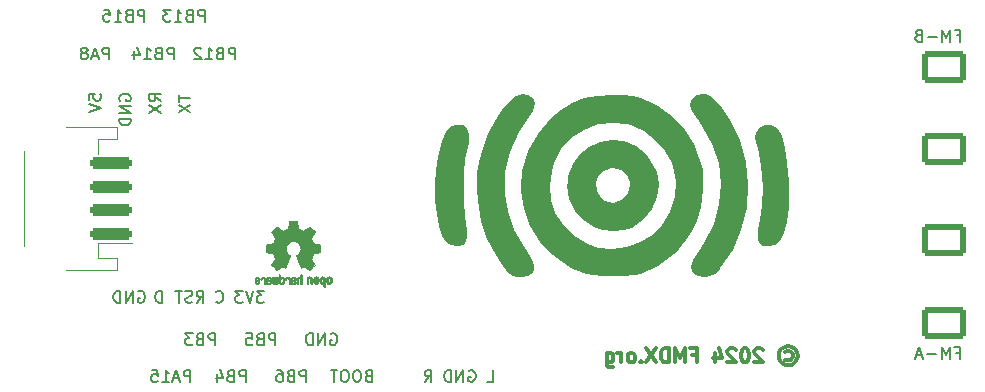
<source format=gbo>
G04 #@! TF.GenerationSoftware,KiCad,Pcbnew,8.0.4*
G04 #@! TF.CreationDate,2024-11-17T23:13:56+01:00*
G04 #@! TF.ProjectId,TEF6687,54454636-3638-4372-9e6b-696361645f70,v1.1*
G04 #@! TF.SameCoordinates,Original*
G04 #@! TF.FileFunction,Legend,Bot*
G04 #@! TF.FilePolarity,Positive*
%FSLAX46Y46*%
G04 Gerber Fmt 4.6, Leading zero omitted, Abs format (unit mm)*
G04 Created by KiCad (PCBNEW 8.0.4) date 2024-11-17 23:13:56*
%MOMM*%
%LPD*%
G01*
G04 APERTURE LIST*
G04 Aperture macros list*
%AMRoundRect*
0 Rectangle with rounded corners*
0 $1 Rounding radius*
0 $2 $3 $4 $5 $6 $7 $8 $9 X,Y pos of 4 corners*
0 Add a 4 corners polygon primitive as box body*
4,1,4,$2,$3,$4,$5,$6,$7,$8,$9,$2,$3,0*
0 Add four circle primitives for the rounded corners*
1,1,$1+$1,$2,$3*
1,1,$1+$1,$4,$5*
1,1,$1+$1,$6,$7*
1,1,$1+$1,$8,$9*
0 Add four rect primitives between the rounded corners*
20,1,$1+$1,$2,$3,$4,$5,0*
20,1,$1+$1,$4,$5,$6,$7,0*
20,1,$1+$1,$6,$7,$8,$9,0*
20,1,$1+$1,$8,$9,$2,$3,0*%
G04 Aperture macros list end*
%ADD10C,0.150000*%
%ADD11C,0.300000*%
%ADD12C,0.000000*%
%ADD13C,0.120000*%
%ADD14C,0.010000*%
%ADD15C,0.200000*%
%ADD16R,1.800000X1.800000*%
%ADD17C,1.800000*%
%ADD18RoundRect,0.250000X-1.595000X-1.082500X1.595000X-1.082500X1.595000X1.082500X-1.595000X1.082500X0*%
%ADD19R,1.700000X1.700000*%
%ADD20O,1.700000X1.700000*%
%ADD21C,0.650000*%
%ADD22O,2.100000X1.050000*%
%ADD23O,1.800000X0.900000*%
%ADD24R,2.286000X1.500000*%
%ADD25RoundRect,0.250000X1.500000X-0.250000X1.500000X0.250000X-1.500000X0.250000X-1.500000X-0.250000X0*%
G04 APERTURE END LIST*
D10*
X148291792Y-78769819D02*
X148625125Y-78293628D01*
X148863220Y-78769819D02*
X148863220Y-77769819D01*
X148863220Y-77769819D02*
X148482268Y-77769819D01*
X148482268Y-77769819D02*
X148387030Y-77817438D01*
X148387030Y-77817438D02*
X148339411Y-77865057D01*
X148339411Y-77865057D02*
X148291792Y-77960295D01*
X148291792Y-77960295D02*
X148291792Y-78103152D01*
X148291792Y-78103152D02*
X148339411Y-78198390D01*
X148339411Y-78198390D02*
X148387030Y-78246009D01*
X148387030Y-78246009D02*
X148482268Y-78293628D01*
X148482268Y-78293628D02*
X148863220Y-78293628D01*
X138263220Y-78769819D02*
X138263220Y-77769819D01*
X138263220Y-77769819D02*
X137882268Y-77769819D01*
X137882268Y-77769819D02*
X137787030Y-77817438D01*
X137787030Y-77817438D02*
X137739411Y-77865057D01*
X137739411Y-77865057D02*
X137691792Y-77960295D01*
X137691792Y-77960295D02*
X137691792Y-78103152D01*
X137691792Y-78103152D02*
X137739411Y-78198390D01*
X137739411Y-78198390D02*
X137787030Y-78246009D01*
X137787030Y-78246009D02*
X137882268Y-78293628D01*
X137882268Y-78293628D02*
X138263220Y-78293628D01*
X136929887Y-78246009D02*
X136787030Y-78293628D01*
X136787030Y-78293628D02*
X136739411Y-78341247D01*
X136739411Y-78341247D02*
X136691792Y-78436485D01*
X136691792Y-78436485D02*
X136691792Y-78579342D01*
X136691792Y-78579342D02*
X136739411Y-78674580D01*
X136739411Y-78674580D02*
X136787030Y-78722200D01*
X136787030Y-78722200D02*
X136882268Y-78769819D01*
X136882268Y-78769819D02*
X137263220Y-78769819D01*
X137263220Y-78769819D02*
X137263220Y-77769819D01*
X137263220Y-77769819D02*
X136929887Y-77769819D01*
X136929887Y-77769819D02*
X136834649Y-77817438D01*
X136834649Y-77817438D02*
X136787030Y-77865057D01*
X136787030Y-77865057D02*
X136739411Y-77960295D01*
X136739411Y-77960295D02*
X136739411Y-78055533D01*
X136739411Y-78055533D02*
X136787030Y-78150771D01*
X136787030Y-78150771D02*
X136834649Y-78198390D01*
X136834649Y-78198390D02*
X136929887Y-78246009D01*
X136929887Y-78246009D02*
X137263220Y-78246009D01*
X135834649Y-77769819D02*
X136025125Y-77769819D01*
X136025125Y-77769819D02*
X136120363Y-77817438D01*
X136120363Y-77817438D02*
X136167982Y-77865057D01*
X136167982Y-77865057D02*
X136263220Y-78007914D01*
X136263220Y-78007914D02*
X136310839Y-78198390D01*
X136310839Y-78198390D02*
X136310839Y-78579342D01*
X136310839Y-78579342D02*
X136263220Y-78674580D01*
X136263220Y-78674580D02*
X136215601Y-78722200D01*
X136215601Y-78722200D02*
X136120363Y-78769819D01*
X136120363Y-78769819D02*
X135929887Y-78769819D01*
X135929887Y-78769819D02*
X135834649Y-78722200D01*
X135834649Y-78722200D02*
X135787030Y-78674580D01*
X135787030Y-78674580D02*
X135739411Y-78579342D01*
X135739411Y-78579342D02*
X135739411Y-78341247D01*
X135739411Y-78341247D02*
X135787030Y-78246009D01*
X135787030Y-78246009D02*
X135834649Y-78198390D01*
X135834649Y-78198390D02*
X135929887Y-78150771D01*
X135929887Y-78150771D02*
X136120363Y-78150771D01*
X136120363Y-78150771D02*
X136215601Y-78198390D01*
X136215601Y-78198390D02*
X136263220Y-78246009D01*
X136263220Y-78246009D02*
X136310839Y-78341247D01*
X140339411Y-74717438D02*
X140434649Y-74669819D01*
X140434649Y-74669819D02*
X140577506Y-74669819D01*
X140577506Y-74669819D02*
X140720363Y-74717438D01*
X140720363Y-74717438D02*
X140815601Y-74812676D01*
X140815601Y-74812676D02*
X140863220Y-74907914D01*
X140863220Y-74907914D02*
X140910839Y-75098390D01*
X140910839Y-75098390D02*
X140910839Y-75241247D01*
X140910839Y-75241247D02*
X140863220Y-75431723D01*
X140863220Y-75431723D02*
X140815601Y-75526961D01*
X140815601Y-75526961D02*
X140720363Y-75622200D01*
X140720363Y-75622200D02*
X140577506Y-75669819D01*
X140577506Y-75669819D02*
X140482268Y-75669819D01*
X140482268Y-75669819D02*
X140339411Y-75622200D01*
X140339411Y-75622200D02*
X140291792Y-75574580D01*
X140291792Y-75574580D02*
X140291792Y-75241247D01*
X140291792Y-75241247D02*
X140482268Y-75241247D01*
X139863220Y-75669819D02*
X139863220Y-74669819D01*
X139863220Y-74669819D02*
X139291792Y-75669819D01*
X139291792Y-75669819D02*
X139291792Y-74669819D01*
X138815601Y-75669819D02*
X138815601Y-74669819D01*
X138815601Y-74669819D02*
X138577506Y-74669819D01*
X138577506Y-74669819D02*
X138434649Y-74717438D01*
X138434649Y-74717438D02*
X138339411Y-74812676D01*
X138339411Y-74812676D02*
X138291792Y-74907914D01*
X138291792Y-74907914D02*
X138244173Y-75098390D01*
X138244173Y-75098390D02*
X138244173Y-75241247D01*
X138244173Y-75241247D02*
X138291792Y-75431723D01*
X138291792Y-75431723D02*
X138339411Y-75526961D01*
X138339411Y-75526961D02*
X138434649Y-75622200D01*
X138434649Y-75622200D02*
X138577506Y-75669819D01*
X138577506Y-75669819D02*
X138815601Y-75669819D01*
X153587030Y-78769819D02*
X154063220Y-78769819D01*
X154063220Y-78769819D02*
X154063220Y-77769819D01*
X130563220Y-75669819D02*
X130563220Y-74669819D01*
X130563220Y-74669819D02*
X130182268Y-74669819D01*
X130182268Y-74669819D02*
X130087030Y-74717438D01*
X130087030Y-74717438D02*
X130039411Y-74765057D01*
X130039411Y-74765057D02*
X129991792Y-74860295D01*
X129991792Y-74860295D02*
X129991792Y-75003152D01*
X129991792Y-75003152D02*
X130039411Y-75098390D01*
X130039411Y-75098390D02*
X130087030Y-75146009D01*
X130087030Y-75146009D02*
X130182268Y-75193628D01*
X130182268Y-75193628D02*
X130563220Y-75193628D01*
X129229887Y-75146009D02*
X129087030Y-75193628D01*
X129087030Y-75193628D02*
X129039411Y-75241247D01*
X129039411Y-75241247D02*
X128991792Y-75336485D01*
X128991792Y-75336485D02*
X128991792Y-75479342D01*
X128991792Y-75479342D02*
X129039411Y-75574580D01*
X129039411Y-75574580D02*
X129087030Y-75622200D01*
X129087030Y-75622200D02*
X129182268Y-75669819D01*
X129182268Y-75669819D02*
X129563220Y-75669819D01*
X129563220Y-75669819D02*
X129563220Y-74669819D01*
X129563220Y-74669819D02*
X129229887Y-74669819D01*
X129229887Y-74669819D02*
X129134649Y-74717438D01*
X129134649Y-74717438D02*
X129087030Y-74765057D01*
X129087030Y-74765057D02*
X129039411Y-74860295D01*
X129039411Y-74860295D02*
X129039411Y-74955533D01*
X129039411Y-74955533D02*
X129087030Y-75050771D01*
X129087030Y-75050771D02*
X129134649Y-75098390D01*
X129134649Y-75098390D02*
X129229887Y-75146009D01*
X129229887Y-75146009D02*
X129563220Y-75146009D01*
X128658458Y-74669819D02*
X128039411Y-74669819D01*
X128039411Y-74669819D02*
X128372744Y-75050771D01*
X128372744Y-75050771D02*
X128229887Y-75050771D01*
X128229887Y-75050771D02*
X128134649Y-75098390D01*
X128134649Y-75098390D02*
X128087030Y-75146009D01*
X128087030Y-75146009D02*
X128039411Y-75241247D01*
X128039411Y-75241247D02*
X128039411Y-75479342D01*
X128039411Y-75479342D02*
X128087030Y-75574580D01*
X128087030Y-75574580D02*
X128134649Y-75622200D01*
X128134649Y-75622200D02*
X128229887Y-75669819D01*
X128229887Y-75669819D02*
X128515601Y-75669819D01*
X128515601Y-75669819D02*
X128610839Y-75622200D01*
X128610839Y-75622200D02*
X128658458Y-75574580D01*
X124039411Y-71117438D02*
X124134649Y-71069819D01*
X124134649Y-71069819D02*
X124277506Y-71069819D01*
X124277506Y-71069819D02*
X124420363Y-71117438D01*
X124420363Y-71117438D02*
X124515601Y-71212676D01*
X124515601Y-71212676D02*
X124563220Y-71307914D01*
X124563220Y-71307914D02*
X124610839Y-71498390D01*
X124610839Y-71498390D02*
X124610839Y-71641247D01*
X124610839Y-71641247D02*
X124563220Y-71831723D01*
X124563220Y-71831723D02*
X124515601Y-71926961D01*
X124515601Y-71926961D02*
X124420363Y-72022200D01*
X124420363Y-72022200D02*
X124277506Y-72069819D01*
X124277506Y-72069819D02*
X124182268Y-72069819D01*
X124182268Y-72069819D02*
X124039411Y-72022200D01*
X124039411Y-72022200D02*
X123991792Y-71974580D01*
X123991792Y-71974580D02*
X123991792Y-71641247D01*
X123991792Y-71641247D02*
X124182268Y-71641247D01*
X123563220Y-72069819D02*
X123563220Y-71069819D01*
X123563220Y-71069819D02*
X122991792Y-72069819D01*
X122991792Y-72069819D02*
X122991792Y-71069819D01*
X122515601Y-72069819D02*
X122515601Y-71069819D01*
X122515601Y-71069819D02*
X122277506Y-71069819D01*
X122277506Y-71069819D02*
X122134649Y-71117438D01*
X122134649Y-71117438D02*
X122039411Y-71212676D01*
X122039411Y-71212676D02*
X121991792Y-71307914D01*
X121991792Y-71307914D02*
X121944173Y-71498390D01*
X121944173Y-71498390D02*
X121944173Y-71641247D01*
X121944173Y-71641247D02*
X121991792Y-71831723D01*
X121991792Y-71831723D02*
X122039411Y-71926961D01*
X122039411Y-71926961D02*
X122134649Y-72022200D01*
X122134649Y-72022200D02*
X122277506Y-72069819D01*
X122277506Y-72069819D02*
X122515601Y-72069819D01*
X130641792Y-71974580D02*
X130689411Y-72022200D01*
X130689411Y-72022200D02*
X130832268Y-72069819D01*
X130832268Y-72069819D02*
X130927506Y-72069819D01*
X130927506Y-72069819D02*
X131070363Y-72022200D01*
X131070363Y-72022200D02*
X131165601Y-71926961D01*
X131165601Y-71926961D02*
X131213220Y-71831723D01*
X131213220Y-71831723D02*
X131260839Y-71641247D01*
X131260839Y-71641247D02*
X131260839Y-71498390D01*
X131260839Y-71498390D02*
X131213220Y-71307914D01*
X131213220Y-71307914D02*
X131165601Y-71212676D01*
X131165601Y-71212676D02*
X131070363Y-71117438D01*
X131070363Y-71117438D02*
X130927506Y-71069819D01*
X130927506Y-71069819D02*
X130832268Y-71069819D01*
X130832268Y-71069819D02*
X130689411Y-71117438D01*
X130689411Y-71117438D02*
X130641792Y-71165057D01*
X133163220Y-78769819D02*
X133163220Y-77769819D01*
X133163220Y-77769819D02*
X132782268Y-77769819D01*
X132782268Y-77769819D02*
X132687030Y-77817438D01*
X132687030Y-77817438D02*
X132639411Y-77865057D01*
X132639411Y-77865057D02*
X132591792Y-77960295D01*
X132591792Y-77960295D02*
X132591792Y-78103152D01*
X132591792Y-78103152D02*
X132639411Y-78198390D01*
X132639411Y-78198390D02*
X132687030Y-78246009D01*
X132687030Y-78246009D02*
X132782268Y-78293628D01*
X132782268Y-78293628D02*
X133163220Y-78293628D01*
X131829887Y-78246009D02*
X131687030Y-78293628D01*
X131687030Y-78293628D02*
X131639411Y-78341247D01*
X131639411Y-78341247D02*
X131591792Y-78436485D01*
X131591792Y-78436485D02*
X131591792Y-78579342D01*
X131591792Y-78579342D02*
X131639411Y-78674580D01*
X131639411Y-78674580D02*
X131687030Y-78722200D01*
X131687030Y-78722200D02*
X131782268Y-78769819D01*
X131782268Y-78769819D02*
X132163220Y-78769819D01*
X132163220Y-78769819D02*
X132163220Y-77769819D01*
X132163220Y-77769819D02*
X131829887Y-77769819D01*
X131829887Y-77769819D02*
X131734649Y-77817438D01*
X131734649Y-77817438D02*
X131687030Y-77865057D01*
X131687030Y-77865057D02*
X131639411Y-77960295D01*
X131639411Y-77960295D02*
X131639411Y-78055533D01*
X131639411Y-78055533D02*
X131687030Y-78150771D01*
X131687030Y-78150771D02*
X131734649Y-78198390D01*
X131734649Y-78198390D02*
X131829887Y-78246009D01*
X131829887Y-78246009D02*
X132163220Y-78246009D01*
X130734649Y-78103152D02*
X130734649Y-78769819D01*
X130972744Y-77722200D02*
X131210839Y-78436485D01*
X131210839Y-78436485D02*
X130591792Y-78436485D01*
X128463220Y-78769819D02*
X128463220Y-77769819D01*
X128463220Y-77769819D02*
X128082268Y-77769819D01*
X128082268Y-77769819D02*
X127987030Y-77817438D01*
X127987030Y-77817438D02*
X127939411Y-77865057D01*
X127939411Y-77865057D02*
X127891792Y-77960295D01*
X127891792Y-77960295D02*
X127891792Y-78103152D01*
X127891792Y-78103152D02*
X127939411Y-78198390D01*
X127939411Y-78198390D02*
X127987030Y-78246009D01*
X127987030Y-78246009D02*
X128082268Y-78293628D01*
X128082268Y-78293628D02*
X128463220Y-78293628D01*
X127510839Y-78484104D02*
X127034649Y-78484104D01*
X127606077Y-78769819D02*
X127272744Y-77769819D01*
X127272744Y-77769819D02*
X126939411Y-78769819D01*
X126082268Y-78769819D02*
X126653696Y-78769819D01*
X126367982Y-78769819D02*
X126367982Y-77769819D01*
X126367982Y-77769819D02*
X126463220Y-77912676D01*
X126463220Y-77912676D02*
X126558458Y-78007914D01*
X126558458Y-78007914D02*
X126653696Y-78055533D01*
X125177506Y-77769819D02*
X125653696Y-77769819D01*
X125653696Y-77769819D02*
X125701315Y-78246009D01*
X125701315Y-78246009D02*
X125653696Y-78198390D01*
X125653696Y-78198390D02*
X125558458Y-78150771D01*
X125558458Y-78150771D02*
X125320363Y-78150771D01*
X125320363Y-78150771D02*
X125225125Y-78198390D01*
X125225125Y-78198390D02*
X125177506Y-78246009D01*
X125177506Y-78246009D02*
X125129887Y-78341247D01*
X125129887Y-78341247D02*
X125129887Y-78579342D01*
X125129887Y-78579342D02*
X125177506Y-78674580D01*
X125177506Y-78674580D02*
X125225125Y-78722200D01*
X125225125Y-78722200D02*
X125320363Y-78769819D01*
X125320363Y-78769819D02*
X125558458Y-78769819D01*
X125558458Y-78769819D02*
X125653696Y-78722200D01*
X125653696Y-78722200D02*
X125701315Y-78674580D01*
X119869819Y-54912969D02*
X119869819Y-54436779D01*
X119869819Y-54436779D02*
X120346009Y-54389160D01*
X120346009Y-54389160D02*
X120298390Y-54436779D01*
X120298390Y-54436779D02*
X120250771Y-54532017D01*
X120250771Y-54532017D02*
X120250771Y-54770112D01*
X120250771Y-54770112D02*
X120298390Y-54865350D01*
X120298390Y-54865350D02*
X120346009Y-54912969D01*
X120346009Y-54912969D02*
X120441247Y-54960588D01*
X120441247Y-54960588D02*
X120679342Y-54960588D01*
X120679342Y-54960588D02*
X120774580Y-54912969D01*
X120774580Y-54912969D02*
X120822200Y-54865350D01*
X120822200Y-54865350D02*
X120869819Y-54770112D01*
X120869819Y-54770112D02*
X120869819Y-54532017D01*
X120869819Y-54532017D02*
X120822200Y-54436779D01*
X120822200Y-54436779D02*
X120774580Y-54389160D01*
X119869819Y-55246303D02*
X120869819Y-55579636D01*
X120869819Y-55579636D02*
X119869819Y-55912969D01*
X126063220Y-72069819D02*
X126063220Y-71069819D01*
X126063220Y-71069819D02*
X125825125Y-71069819D01*
X125825125Y-71069819D02*
X125682268Y-71117438D01*
X125682268Y-71117438D02*
X125587030Y-71212676D01*
X125587030Y-71212676D02*
X125539411Y-71307914D01*
X125539411Y-71307914D02*
X125491792Y-71498390D01*
X125491792Y-71498390D02*
X125491792Y-71641247D01*
X125491792Y-71641247D02*
X125539411Y-71831723D01*
X125539411Y-71831723D02*
X125587030Y-71926961D01*
X125587030Y-71926961D02*
X125682268Y-72022200D01*
X125682268Y-72022200D02*
X125825125Y-72069819D01*
X125825125Y-72069819D02*
X126063220Y-72069819D01*
X135663220Y-75669819D02*
X135663220Y-74669819D01*
X135663220Y-74669819D02*
X135282268Y-74669819D01*
X135282268Y-74669819D02*
X135187030Y-74717438D01*
X135187030Y-74717438D02*
X135139411Y-74765057D01*
X135139411Y-74765057D02*
X135091792Y-74860295D01*
X135091792Y-74860295D02*
X135091792Y-75003152D01*
X135091792Y-75003152D02*
X135139411Y-75098390D01*
X135139411Y-75098390D02*
X135187030Y-75146009D01*
X135187030Y-75146009D02*
X135282268Y-75193628D01*
X135282268Y-75193628D02*
X135663220Y-75193628D01*
X134329887Y-75146009D02*
X134187030Y-75193628D01*
X134187030Y-75193628D02*
X134139411Y-75241247D01*
X134139411Y-75241247D02*
X134091792Y-75336485D01*
X134091792Y-75336485D02*
X134091792Y-75479342D01*
X134091792Y-75479342D02*
X134139411Y-75574580D01*
X134139411Y-75574580D02*
X134187030Y-75622200D01*
X134187030Y-75622200D02*
X134282268Y-75669819D01*
X134282268Y-75669819D02*
X134663220Y-75669819D01*
X134663220Y-75669819D02*
X134663220Y-74669819D01*
X134663220Y-74669819D02*
X134329887Y-74669819D01*
X134329887Y-74669819D02*
X134234649Y-74717438D01*
X134234649Y-74717438D02*
X134187030Y-74765057D01*
X134187030Y-74765057D02*
X134139411Y-74860295D01*
X134139411Y-74860295D02*
X134139411Y-74955533D01*
X134139411Y-74955533D02*
X134187030Y-75050771D01*
X134187030Y-75050771D02*
X134234649Y-75098390D01*
X134234649Y-75098390D02*
X134329887Y-75146009D01*
X134329887Y-75146009D02*
X134663220Y-75146009D01*
X133187030Y-74669819D02*
X133663220Y-74669819D01*
X133663220Y-74669819D02*
X133710839Y-75146009D01*
X133710839Y-75146009D02*
X133663220Y-75098390D01*
X133663220Y-75098390D02*
X133567982Y-75050771D01*
X133567982Y-75050771D02*
X133329887Y-75050771D01*
X133329887Y-75050771D02*
X133234649Y-75098390D01*
X133234649Y-75098390D02*
X133187030Y-75146009D01*
X133187030Y-75146009D02*
X133139411Y-75241247D01*
X133139411Y-75241247D02*
X133139411Y-75479342D01*
X133139411Y-75479342D02*
X133187030Y-75574580D01*
X133187030Y-75574580D02*
X133234649Y-75622200D01*
X133234649Y-75622200D02*
X133329887Y-75669819D01*
X133329887Y-75669819D02*
X133567982Y-75669819D01*
X133567982Y-75669819D02*
X133663220Y-75622200D01*
X133663220Y-75622200D02*
X133710839Y-75574580D01*
X132263220Y-51469819D02*
X132263220Y-50469819D01*
X132263220Y-50469819D02*
X131882268Y-50469819D01*
X131882268Y-50469819D02*
X131787030Y-50517438D01*
X131787030Y-50517438D02*
X131739411Y-50565057D01*
X131739411Y-50565057D02*
X131691792Y-50660295D01*
X131691792Y-50660295D02*
X131691792Y-50803152D01*
X131691792Y-50803152D02*
X131739411Y-50898390D01*
X131739411Y-50898390D02*
X131787030Y-50946009D01*
X131787030Y-50946009D02*
X131882268Y-50993628D01*
X131882268Y-50993628D02*
X132263220Y-50993628D01*
X130929887Y-50946009D02*
X130787030Y-50993628D01*
X130787030Y-50993628D02*
X130739411Y-51041247D01*
X130739411Y-51041247D02*
X130691792Y-51136485D01*
X130691792Y-51136485D02*
X130691792Y-51279342D01*
X130691792Y-51279342D02*
X130739411Y-51374580D01*
X130739411Y-51374580D02*
X130787030Y-51422200D01*
X130787030Y-51422200D02*
X130882268Y-51469819D01*
X130882268Y-51469819D02*
X131263220Y-51469819D01*
X131263220Y-51469819D02*
X131263220Y-50469819D01*
X131263220Y-50469819D02*
X130929887Y-50469819D01*
X130929887Y-50469819D02*
X130834649Y-50517438D01*
X130834649Y-50517438D02*
X130787030Y-50565057D01*
X130787030Y-50565057D02*
X130739411Y-50660295D01*
X130739411Y-50660295D02*
X130739411Y-50755533D01*
X130739411Y-50755533D02*
X130787030Y-50850771D01*
X130787030Y-50850771D02*
X130834649Y-50898390D01*
X130834649Y-50898390D02*
X130929887Y-50946009D01*
X130929887Y-50946009D02*
X131263220Y-50946009D01*
X129739411Y-51469819D02*
X130310839Y-51469819D01*
X130025125Y-51469819D02*
X130025125Y-50469819D01*
X130025125Y-50469819D02*
X130120363Y-50612676D01*
X130120363Y-50612676D02*
X130215601Y-50707914D01*
X130215601Y-50707914D02*
X130310839Y-50755533D01*
X129358458Y-50565057D02*
X129310839Y-50517438D01*
X129310839Y-50517438D02*
X129215601Y-50469819D01*
X129215601Y-50469819D02*
X128977506Y-50469819D01*
X128977506Y-50469819D02*
X128882268Y-50517438D01*
X128882268Y-50517438D02*
X128834649Y-50565057D01*
X128834649Y-50565057D02*
X128787030Y-50660295D01*
X128787030Y-50660295D02*
X128787030Y-50755533D01*
X128787030Y-50755533D02*
X128834649Y-50898390D01*
X128834649Y-50898390D02*
X129406077Y-51469819D01*
X129406077Y-51469819D02*
X128787030Y-51469819D01*
X127469819Y-54493922D02*
X127469819Y-55065350D01*
X128469819Y-54779636D02*
X127469819Y-54779636D01*
X127469819Y-55303446D02*
X128469819Y-55970112D01*
X127469819Y-55970112D02*
X128469819Y-55303446D01*
X125969819Y-55008207D02*
X125493628Y-54674874D01*
X125969819Y-54436779D02*
X124969819Y-54436779D01*
X124969819Y-54436779D02*
X124969819Y-54817731D01*
X124969819Y-54817731D02*
X125017438Y-54912969D01*
X125017438Y-54912969D02*
X125065057Y-54960588D01*
X125065057Y-54960588D02*
X125160295Y-55008207D01*
X125160295Y-55008207D02*
X125303152Y-55008207D01*
X125303152Y-55008207D02*
X125398390Y-54960588D01*
X125398390Y-54960588D02*
X125446009Y-54912969D01*
X125446009Y-54912969D02*
X125493628Y-54817731D01*
X125493628Y-54817731D02*
X125493628Y-54436779D01*
X124969819Y-55341541D02*
X125969819Y-56008207D01*
X124969819Y-56008207D02*
X125969819Y-55341541D01*
X152039411Y-77817438D02*
X152134649Y-77769819D01*
X152134649Y-77769819D02*
X152277506Y-77769819D01*
X152277506Y-77769819D02*
X152420363Y-77817438D01*
X152420363Y-77817438D02*
X152515601Y-77912676D01*
X152515601Y-77912676D02*
X152563220Y-78007914D01*
X152563220Y-78007914D02*
X152610839Y-78198390D01*
X152610839Y-78198390D02*
X152610839Y-78341247D01*
X152610839Y-78341247D02*
X152563220Y-78531723D01*
X152563220Y-78531723D02*
X152515601Y-78626961D01*
X152515601Y-78626961D02*
X152420363Y-78722200D01*
X152420363Y-78722200D02*
X152277506Y-78769819D01*
X152277506Y-78769819D02*
X152182268Y-78769819D01*
X152182268Y-78769819D02*
X152039411Y-78722200D01*
X152039411Y-78722200D02*
X151991792Y-78674580D01*
X151991792Y-78674580D02*
X151991792Y-78341247D01*
X151991792Y-78341247D02*
X152182268Y-78341247D01*
X151563220Y-78769819D02*
X151563220Y-77769819D01*
X151563220Y-77769819D02*
X150991792Y-78769819D01*
X150991792Y-78769819D02*
X150991792Y-77769819D01*
X150515601Y-78769819D02*
X150515601Y-77769819D01*
X150515601Y-77769819D02*
X150277506Y-77769819D01*
X150277506Y-77769819D02*
X150134649Y-77817438D01*
X150134649Y-77817438D02*
X150039411Y-77912676D01*
X150039411Y-77912676D02*
X149991792Y-78007914D01*
X149991792Y-78007914D02*
X149944173Y-78198390D01*
X149944173Y-78198390D02*
X149944173Y-78341247D01*
X149944173Y-78341247D02*
X149991792Y-78531723D01*
X149991792Y-78531723D02*
X150039411Y-78626961D01*
X150039411Y-78626961D02*
X150134649Y-78722200D01*
X150134649Y-78722200D02*
X150277506Y-78769819D01*
X150277506Y-78769819D02*
X150515601Y-78769819D01*
X127063220Y-51469819D02*
X127063220Y-50469819D01*
X127063220Y-50469819D02*
X126682268Y-50469819D01*
X126682268Y-50469819D02*
X126587030Y-50517438D01*
X126587030Y-50517438D02*
X126539411Y-50565057D01*
X126539411Y-50565057D02*
X126491792Y-50660295D01*
X126491792Y-50660295D02*
X126491792Y-50803152D01*
X126491792Y-50803152D02*
X126539411Y-50898390D01*
X126539411Y-50898390D02*
X126587030Y-50946009D01*
X126587030Y-50946009D02*
X126682268Y-50993628D01*
X126682268Y-50993628D02*
X127063220Y-50993628D01*
X125729887Y-50946009D02*
X125587030Y-50993628D01*
X125587030Y-50993628D02*
X125539411Y-51041247D01*
X125539411Y-51041247D02*
X125491792Y-51136485D01*
X125491792Y-51136485D02*
X125491792Y-51279342D01*
X125491792Y-51279342D02*
X125539411Y-51374580D01*
X125539411Y-51374580D02*
X125587030Y-51422200D01*
X125587030Y-51422200D02*
X125682268Y-51469819D01*
X125682268Y-51469819D02*
X126063220Y-51469819D01*
X126063220Y-51469819D02*
X126063220Y-50469819D01*
X126063220Y-50469819D02*
X125729887Y-50469819D01*
X125729887Y-50469819D02*
X125634649Y-50517438D01*
X125634649Y-50517438D02*
X125587030Y-50565057D01*
X125587030Y-50565057D02*
X125539411Y-50660295D01*
X125539411Y-50660295D02*
X125539411Y-50755533D01*
X125539411Y-50755533D02*
X125587030Y-50850771D01*
X125587030Y-50850771D02*
X125634649Y-50898390D01*
X125634649Y-50898390D02*
X125729887Y-50946009D01*
X125729887Y-50946009D02*
X126063220Y-50946009D01*
X124539411Y-51469819D02*
X125110839Y-51469819D01*
X124825125Y-51469819D02*
X124825125Y-50469819D01*
X124825125Y-50469819D02*
X124920363Y-50612676D01*
X124920363Y-50612676D02*
X125015601Y-50707914D01*
X125015601Y-50707914D02*
X125110839Y-50755533D01*
X123682268Y-50803152D02*
X123682268Y-51469819D01*
X123920363Y-50422200D02*
X124158458Y-51136485D01*
X124158458Y-51136485D02*
X123539411Y-51136485D01*
X121563220Y-51469819D02*
X121563220Y-50469819D01*
X121563220Y-50469819D02*
X121182268Y-50469819D01*
X121182268Y-50469819D02*
X121087030Y-50517438D01*
X121087030Y-50517438D02*
X121039411Y-50565057D01*
X121039411Y-50565057D02*
X120991792Y-50660295D01*
X120991792Y-50660295D02*
X120991792Y-50803152D01*
X120991792Y-50803152D02*
X121039411Y-50898390D01*
X121039411Y-50898390D02*
X121087030Y-50946009D01*
X121087030Y-50946009D02*
X121182268Y-50993628D01*
X121182268Y-50993628D02*
X121563220Y-50993628D01*
X120610839Y-51184104D02*
X120134649Y-51184104D01*
X120706077Y-51469819D02*
X120372744Y-50469819D01*
X120372744Y-50469819D02*
X120039411Y-51469819D01*
X119563220Y-50898390D02*
X119658458Y-50850771D01*
X119658458Y-50850771D02*
X119706077Y-50803152D01*
X119706077Y-50803152D02*
X119753696Y-50707914D01*
X119753696Y-50707914D02*
X119753696Y-50660295D01*
X119753696Y-50660295D02*
X119706077Y-50565057D01*
X119706077Y-50565057D02*
X119658458Y-50517438D01*
X119658458Y-50517438D02*
X119563220Y-50469819D01*
X119563220Y-50469819D02*
X119372744Y-50469819D01*
X119372744Y-50469819D02*
X119277506Y-50517438D01*
X119277506Y-50517438D02*
X119229887Y-50565057D01*
X119229887Y-50565057D02*
X119182268Y-50660295D01*
X119182268Y-50660295D02*
X119182268Y-50707914D01*
X119182268Y-50707914D02*
X119229887Y-50803152D01*
X119229887Y-50803152D02*
X119277506Y-50850771D01*
X119277506Y-50850771D02*
X119372744Y-50898390D01*
X119372744Y-50898390D02*
X119563220Y-50898390D01*
X119563220Y-50898390D02*
X119658458Y-50946009D01*
X119658458Y-50946009D02*
X119706077Y-50993628D01*
X119706077Y-50993628D02*
X119753696Y-51088866D01*
X119753696Y-51088866D02*
X119753696Y-51279342D01*
X119753696Y-51279342D02*
X119706077Y-51374580D01*
X119706077Y-51374580D02*
X119658458Y-51422200D01*
X119658458Y-51422200D02*
X119563220Y-51469819D01*
X119563220Y-51469819D02*
X119372744Y-51469819D01*
X119372744Y-51469819D02*
X119277506Y-51422200D01*
X119277506Y-51422200D02*
X119229887Y-51374580D01*
X119229887Y-51374580D02*
X119182268Y-51279342D01*
X119182268Y-51279342D02*
X119182268Y-51088866D01*
X119182268Y-51088866D02*
X119229887Y-50993628D01*
X119229887Y-50993628D02*
X119277506Y-50946009D01*
X119277506Y-50946009D02*
X119372744Y-50898390D01*
X143529887Y-78246009D02*
X143387030Y-78293628D01*
X143387030Y-78293628D02*
X143339411Y-78341247D01*
X143339411Y-78341247D02*
X143291792Y-78436485D01*
X143291792Y-78436485D02*
X143291792Y-78579342D01*
X143291792Y-78579342D02*
X143339411Y-78674580D01*
X143339411Y-78674580D02*
X143387030Y-78722200D01*
X143387030Y-78722200D02*
X143482268Y-78769819D01*
X143482268Y-78769819D02*
X143863220Y-78769819D01*
X143863220Y-78769819D02*
X143863220Y-77769819D01*
X143863220Y-77769819D02*
X143529887Y-77769819D01*
X143529887Y-77769819D02*
X143434649Y-77817438D01*
X143434649Y-77817438D02*
X143387030Y-77865057D01*
X143387030Y-77865057D02*
X143339411Y-77960295D01*
X143339411Y-77960295D02*
X143339411Y-78055533D01*
X143339411Y-78055533D02*
X143387030Y-78150771D01*
X143387030Y-78150771D02*
X143434649Y-78198390D01*
X143434649Y-78198390D02*
X143529887Y-78246009D01*
X143529887Y-78246009D02*
X143863220Y-78246009D01*
X142672744Y-77769819D02*
X142482268Y-77769819D01*
X142482268Y-77769819D02*
X142387030Y-77817438D01*
X142387030Y-77817438D02*
X142291792Y-77912676D01*
X142291792Y-77912676D02*
X142244173Y-78103152D01*
X142244173Y-78103152D02*
X142244173Y-78436485D01*
X142244173Y-78436485D02*
X142291792Y-78626961D01*
X142291792Y-78626961D02*
X142387030Y-78722200D01*
X142387030Y-78722200D02*
X142482268Y-78769819D01*
X142482268Y-78769819D02*
X142672744Y-78769819D01*
X142672744Y-78769819D02*
X142767982Y-78722200D01*
X142767982Y-78722200D02*
X142863220Y-78626961D01*
X142863220Y-78626961D02*
X142910839Y-78436485D01*
X142910839Y-78436485D02*
X142910839Y-78103152D01*
X142910839Y-78103152D02*
X142863220Y-77912676D01*
X142863220Y-77912676D02*
X142767982Y-77817438D01*
X142767982Y-77817438D02*
X142672744Y-77769819D01*
X141625125Y-77769819D02*
X141434649Y-77769819D01*
X141434649Y-77769819D02*
X141339411Y-77817438D01*
X141339411Y-77817438D02*
X141244173Y-77912676D01*
X141244173Y-77912676D02*
X141196554Y-78103152D01*
X141196554Y-78103152D02*
X141196554Y-78436485D01*
X141196554Y-78436485D02*
X141244173Y-78626961D01*
X141244173Y-78626961D02*
X141339411Y-78722200D01*
X141339411Y-78722200D02*
X141434649Y-78769819D01*
X141434649Y-78769819D02*
X141625125Y-78769819D01*
X141625125Y-78769819D02*
X141720363Y-78722200D01*
X141720363Y-78722200D02*
X141815601Y-78626961D01*
X141815601Y-78626961D02*
X141863220Y-78436485D01*
X141863220Y-78436485D02*
X141863220Y-78103152D01*
X141863220Y-78103152D02*
X141815601Y-77912676D01*
X141815601Y-77912676D02*
X141720363Y-77817438D01*
X141720363Y-77817438D02*
X141625125Y-77769819D01*
X140910839Y-77769819D02*
X140339411Y-77769819D01*
X140625125Y-78769819D02*
X140625125Y-77769819D01*
X134708458Y-71069819D02*
X134089411Y-71069819D01*
X134089411Y-71069819D02*
X134422744Y-71450771D01*
X134422744Y-71450771D02*
X134279887Y-71450771D01*
X134279887Y-71450771D02*
X134184649Y-71498390D01*
X134184649Y-71498390D02*
X134137030Y-71546009D01*
X134137030Y-71546009D02*
X134089411Y-71641247D01*
X134089411Y-71641247D02*
X134089411Y-71879342D01*
X134089411Y-71879342D02*
X134137030Y-71974580D01*
X134137030Y-71974580D02*
X134184649Y-72022200D01*
X134184649Y-72022200D02*
X134279887Y-72069819D01*
X134279887Y-72069819D02*
X134565601Y-72069819D01*
X134565601Y-72069819D02*
X134660839Y-72022200D01*
X134660839Y-72022200D02*
X134708458Y-71974580D01*
X133803696Y-71069819D02*
X133470363Y-72069819D01*
X133470363Y-72069819D02*
X133137030Y-71069819D01*
X132898934Y-71069819D02*
X132279887Y-71069819D01*
X132279887Y-71069819D02*
X132613220Y-71450771D01*
X132613220Y-71450771D02*
X132470363Y-71450771D01*
X132470363Y-71450771D02*
X132375125Y-71498390D01*
X132375125Y-71498390D02*
X132327506Y-71546009D01*
X132327506Y-71546009D02*
X132279887Y-71641247D01*
X132279887Y-71641247D02*
X132279887Y-71879342D01*
X132279887Y-71879342D02*
X132327506Y-71974580D01*
X132327506Y-71974580D02*
X132375125Y-72022200D01*
X132375125Y-72022200D02*
X132470363Y-72069819D01*
X132470363Y-72069819D02*
X132756077Y-72069819D01*
X132756077Y-72069819D02*
X132851315Y-72022200D01*
X132851315Y-72022200D02*
X132898934Y-71974580D01*
X122467438Y-54960588D02*
X122419819Y-54865350D01*
X122419819Y-54865350D02*
X122419819Y-54722493D01*
X122419819Y-54722493D02*
X122467438Y-54579636D01*
X122467438Y-54579636D02*
X122562676Y-54484398D01*
X122562676Y-54484398D02*
X122657914Y-54436779D01*
X122657914Y-54436779D02*
X122848390Y-54389160D01*
X122848390Y-54389160D02*
X122991247Y-54389160D01*
X122991247Y-54389160D02*
X123181723Y-54436779D01*
X123181723Y-54436779D02*
X123276961Y-54484398D01*
X123276961Y-54484398D02*
X123372200Y-54579636D01*
X123372200Y-54579636D02*
X123419819Y-54722493D01*
X123419819Y-54722493D02*
X123419819Y-54817731D01*
X123419819Y-54817731D02*
X123372200Y-54960588D01*
X123372200Y-54960588D02*
X123324580Y-55008207D01*
X123324580Y-55008207D02*
X122991247Y-55008207D01*
X122991247Y-55008207D02*
X122991247Y-54817731D01*
X123419819Y-55436779D02*
X122419819Y-55436779D01*
X122419819Y-55436779D02*
X123419819Y-56008207D01*
X123419819Y-56008207D02*
X122419819Y-56008207D01*
X123419819Y-56484398D02*
X122419819Y-56484398D01*
X122419819Y-56484398D02*
X122419819Y-56722493D01*
X122419819Y-56722493D02*
X122467438Y-56865350D01*
X122467438Y-56865350D02*
X122562676Y-56960588D01*
X122562676Y-56960588D02*
X122657914Y-57008207D01*
X122657914Y-57008207D02*
X122848390Y-57055826D01*
X122848390Y-57055826D02*
X122991247Y-57055826D01*
X122991247Y-57055826D02*
X123181723Y-57008207D01*
X123181723Y-57008207D02*
X123276961Y-56960588D01*
X123276961Y-56960588D02*
X123372200Y-56865350D01*
X123372200Y-56865350D02*
X123419819Y-56722493D01*
X123419819Y-56722493D02*
X123419819Y-56484398D01*
X193279887Y-76296009D02*
X193613220Y-76296009D01*
X193613220Y-76819819D02*
X193613220Y-75819819D01*
X193613220Y-75819819D02*
X193137030Y-75819819D01*
X192756077Y-76819819D02*
X192756077Y-75819819D01*
X192756077Y-75819819D02*
X192422744Y-76534104D01*
X192422744Y-76534104D02*
X192089411Y-75819819D01*
X192089411Y-75819819D02*
X192089411Y-76819819D01*
X191613220Y-76438866D02*
X190851316Y-76438866D01*
X190422744Y-76534104D02*
X189946554Y-76534104D01*
X190517982Y-76819819D02*
X190184649Y-75819819D01*
X190184649Y-75819819D02*
X189851316Y-76819819D01*
X193329887Y-49446009D02*
X193663220Y-49446009D01*
X193663220Y-49969819D02*
X193663220Y-48969819D01*
X193663220Y-48969819D02*
X193187030Y-48969819D01*
X192806077Y-49969819D02*
X192806077Y-48969819D01*
X192806077Y-48969819D02*
X192472744Y-49684104D01*
X192472744Y-49684104D02*
X192139411Y-48969819D01*
X192139411Y-48969819D02*
X192139411Y-49969819D01*
X191663220Y-49588866D02*
X190901316Y-49588866D01*
X190091792Y-49446009D02*
X189948935Y-49493628D01*
X189948935Y-49493628D02*
X189901316Y-49541247D01*
X189901316Y-49541247D02*
X189853697Y-49636485D01*
X189853697Y-49636485D02*
X189853697Y-49779342D01*
X189853697Y-49779342D02*
X189901316Y-49874580D01*
X189901316Y-49874580D02*
X189948935Y-49922200D01*
X189948935Y-49922200D02*
X190044173Y-49969819D01*
X190044173Y-49969819D02*
X190425125Y-49969819D01*
X190425125Y-49969819D02*
X190425125Y-48969819D01*
X190425125Y-48969819D02*
X190091792Y-48969819D01*
X190091792Y-48969819D02*
X189996554Y-49017438D01*
X189996554Y-49017438D02*
X189948935Y-49065057D01*
X189948935Y-49065057D02*
X189901316Y-49160295D01*
X189901316Y-49160295D02*
X189901316Y-49255533D01*
X189901316Y-49255533D02*
X189948935Y-49350771D01*
X189948935Y-49350771D02*
X189996554Y-49398390D01*
X189996554Y-49398390D02*
X190091792Y-49446009D01*
X190091792Y-49446009D02*
X190425125Y-49446009D01*
X129663220Y-48269819D02*
X129663220Y-47269819D01*
X129663220Y-47269819D02*
X129282268Y-47269819D01*
X129282268Y-47269819D02*
X129187030Y-47317438D01*
X129187030Y-47317438D02*
X129139411Y-47365057D01*
X129139411Y-47365057D02*
X129091792Y-47460295D01*
X129091792Y-47460295D02*
X129091792Y-47603152D01*
X129091792Y-47603152D02*
X129139411Y-47698390D01*
X129139411Y-47698390D02*
X129187030Y-47746009D01*
X129187030Y-47746009D02*
X129282268Y-47793628D01*
X129282268Y-47793628D02*
X129663220Y-47793628D01*
X128329887Y-47746009D02*
X128187030Y-47793628D01*
X128187030Y-47793628D02*
X128139411Y-47841247D01*
X128139411Y-47841247D02*
X128091792Y-47936485D01*
X128091792Y-47936485D02*
X128091792Y-48079342D01*
X128091792Y-48079342D02*
X128139411Y-48174580D01*
X128139411Y-48174580D02*
X128187030Y-48222200D01*
X128187030Y-48222200D02*
X128282268Y-48269819D01*
X128282268Y-48269819D02*
X128663220Y-48269819D01*
X128663220Y-48269819D02*
X128663220Y-47269819D01*
X128663220Y-47269819D02*
X128329887Y-47269819D01*
X128329887Y-47269819D02*
X128234649Y-47317438D01*
X128234649Y-47317438D02*
X128187030Y-47365057D01*
X128187030Y-47365057D02*
X128139411Y-47460295D01*
X128139411Y-47460295D02*
X128139411Y-47555533D01*
X128139411Y-47555533D02*
X128187030Y-47650771D01*
X128187030Y-47650771D02*
X128234649Y-47698390D01*
X128234649Y-47698390D02*
X128329887Y-47746009D01*
X128329887Y-47746009D02*
X128663220Y-47746009D01*
X127139411Y-48269819D02*
X127710839Y-48269819D01*
X127425125Y-48269819D02*
X127425125Y-47269819D01*
X127425125Y-47269819D02*
X127520363Y-47412676D01*
X127520363Y-47412676D02*
X127615601Y-47507914D01*
X127615601Y-47507914D02*
X127710839Y-47555533D01*
X126806077Y-47269819D02*
X126187030Y-47269819D01*
X126187030Y-47269819D02*
X126520363Y-47650771D01*
X126520363Y-47650771D02*
X126377506Y-47650771D01*
X126377506Y-47650771D02*
X126282268Y-47698390D01*
X126282268Y-47698390D02*
X126234649Y-47746009D01*
X126234649Y-47746009D02*
X126187030Y-47841247D01*
X126187030Y-47841247D02*
X126187030Y-48079342D01*
X126187030Y-48079342D02*
X126234649Y-48174580D01*
X126234649Y-48174580D02*
X126282268Y-48222200D01*
X126282268Y-48222200D02*
X126377506Y-48269819D01*
X126377506Y-48269819D02*
X126663220Y-48269819D01*
X126663220Y-48269819D02*
X126758458Y-48222200D01*
X126758458Y-48222200D02*
X126806077Y-48174580D01*
X128991792Y-72069819D02*
X129325125Y-71593628D01*
X129563220Y-72069819D02*
X129563220Y-71069819D01*
X129563220Y-71069819D02*
X129182268Y-71069819D01*
X129182268Y-71069819D02*
X129087030Y-71117438D01*
X129087030Y-71117438D02*
X129039411Y-71165057D01*
X129039411Y-71165057D02*
X128991792Y-71260295D01*
X128991792Y-71260295D02*
X128991792Y-71403152D01*
X128991792Y-71403152D02*
X129039411Y-71498390D01*
X129039411Y-71498390D02*
X129087030Y-71546009D01*
X129087030Y-71546009D02*
X129182268Y-71593628D01*
X129182268Y-71593628D02*
X129563220Y-71593628D01*
X128610839Y-72022200D02*
X128467982Y-72069819D01*
X128467982Y-72069819D02*
X128229887Y-72069819D01*
X128229887Y-72069819D02*
X128134649Y-72022200D01*
X128134649Y-72022200D02*
X128087030Y-71974580D01*
X128087030Y-71974580D02*
X128039411Y-71879342D01*
X128039411Y-71879342D02*
X128039411Y-71784104D01*
X128039411Y-71784104D02*
X128087030Y-71688866D01*
X128087030Y-71688866D02*
X128134649Y-71641247D01*
X128134649Y-71641247D02*
X128229887Y-71593628D01*
X128229887Y-71593628D02*
X128420363Y-71546009D01*
X128420363Y-71546009D02*
X128515601Y-71498390D01*
X128515601Y-71498390D02*
X128563220Y-71450771D01*
X128563220Y-71450771D02*
X128610839Y-71355533D01*
X128610839Y-71355533D02*
X128610839Y-71260295D01*
X128610839Y-71260295D02*
X128563220Y-71165057D01*
X128563220Y-71165057D02*
X128515601Y-71117438D01*
X128515601Y-71117438D02*
X128420363Y-71069819D01*
X128420363Y-71069819D02*
X128182268Y-71069819D01*
X128182268Y-71069819D02*
X128039411Y-71117438D01*
X127753696Y-71069819D02*
X127182268Y-71069819D01*
X127467982Y-72069819D02*
X127467982Y-71069819D01*
D11*
X178845489Y-76223257D02*
X178959774Y-76166114D01*
X178959774Y-76166114D02*
X179188346Y-76166114D01*
X179188346Y-76166114D02*
X179302632Y-76223257D01*
X179302632Y-76223257D02*
X179416917Y-76337542D01*
X179416917Y-76337542D02*
X179474060Y-76451828D01*
X179474060Y-76451828D02*
X179474060Y-76680400D01*
X179474060Y-76680400D02*
X179416917Y-76794685D01*
X179416917Y-76794685D02*
X179302632Y-76908971D01*
X179302632Y-76908971D02*
X179188346Y-76966114D01*
X179188346Y-76966114D02*
X178959774Y-76966114D01*
X178959774Y-76966114D02*
X178845489Y-76908971D01*
X179074060Y-75766114D02*
X179359774Y-75823257D01*
X179359774Y-75823257D02*
X179645489Y-75994685D01*
X179645489Y-75994685D02*
X179816917Y-76280400D01*
X179816917Y-76280400D02*
X179874060Y-76566114D01*
X179874060Y-76566114D02*
X179816917Y-76851828D01*
X179816917Y-76851828D02*
X179645489Y-77137542D01*
X179645489Y-77137542D02*
X179359774Y-77308971D01*
X179359774Y-77308971D02*
X179074060Y-77366114D01*
X179074060Y-77366114D02*
X178788346Y-77308971D01*
X178788346Y-77308971D02*
X178502632Y-77137542D01*
X178502632Y-77137542D02*
X178331203Y-76851828D01*
X178331203Y-76851828D02*
X178274060Y-76566114D01*
X178274060Y-76566114D02*
X178331203Y-76280400D01*
X178331203Y-76280400D02*
X178502632Y-75994685D01*
X178502632Y-75994685D02*
X178788346Y-75823257D01*
X178788346Y-75823257D02*
X179074060Y-75766114D01*
X176902631Y-76051828D02*
X176845488Y-75994685D01*
X176845488Y-75994685D02*
X176731203Y-75937542D01*
X176731203Y-75937542D02*
X176445488Y-75937542D01*
X176445488Y-75937542D02*
X176331203Y-75994685D01*
X176331203Y-75994685D02*
X176274060Y-76051828D01*
X176274060Y-76051828D02*
X176216917Y-76166114D01*
X176216917Y-76166114D02*
X176216917Y-76280400D01*
X176216917Y-76280400D02*
X176274060Y-76451828D01*
X176274060Y-76451828D02*
X176959774Y-77137542D01*
X176959774Y-77137542D02*
X176216917Y-77137542D01*
X175474060Y-75937542D02*
X175359774Y-75937542D01*
X175359774Y-75937542D02*
X175245488Y-75994685D01*
X175245488Y-75994685D02*
X175188346Y-76051828D01*
X175188346Y-76051828D02*
X175131203Y-76166114D01*
X175131203Y-76166114D02*
X175074060Y-76394685D01*
X175074060Y-76394685D02*
X175074060Y-76680400D01*
X175074060Y-76680400D02*
X175131203Y-76908971D01*
X175131203Y-76908971D02*
X175188346Y-77023257D01*
X175188346Y-77023257D02*
X175245488Y-77080400D01*
X175245488Y-77080400D02*
X175359774Y-77137542D01*
X175359774Y-77137542D02*
X175474060Y-77137542D01*
X175474060Y-77137542D02*
X175588346Y-77080400D01*
X175588346Y-77080400D02*
X175645488Y-77023257D01*
X175645488Y-77023257D02*
X175702631Y-76908971D01*
X175702631Y-76908971D02*
X175759774Y-76680400D01*
X175759774Y-76680400D02*
X175759774Y-76394685D01*
X175759774Y-76394685D02*
X175702631Y-76166114D01*
X175702631Y-76166114D02*
X175645488Y-76051828D01*
X175645488Y-76051828D02*
X175588346Y-75994685D01*
X175588346Y-75994685D02*
X175474060Y-75937542D01*
X174616917Y-76051828D02*
X174559774Y-75994685D01*
X174559774Y-75994685D02*
X174445489Y-75937542D01*
X174445489Y-75937542D02*
X174159774Y-75937542D01*
X174159774Y-75937542D02*
X174045489Y-75994685D01*
X174045489Y-75994685D02*
X173988346Y-76051828D01*
X173988346Y-76051828D02*
X173931203Y-76166114D01*
X173931203Y-76166114D02*
X173931203Y-76280400D01*
X173931203Y-76280400D02*
X173988346Y-76451828D01*
X173988346Y-76451828D02*
X174674060Y-77137542D01*
X174674060Y-77137542D02*
X173931203Y-77137542D01*
X172902632Y-76337542D02*
X172902632Y-77137542D01*
X173188346Y-75880400D02*
X173474060Y-76737542D01*
X173474060Y-76737542D02*
X172731203Y-76737542D01*
X170959774Y-76508971D02*
X171359774Y-76508971D01*
X171359774Y-77137542D02*
X171359774Y-75937542D01*
X171359774Y-75937542D02*
X170788346Y-75937542D01*
X170331203Y-77137542D02*
X170331203Y-75937542D01*
X170331203Y-75937542D02*
X169931203Y-76794685D01*
X169931203Y-76794685D02*
X169531203Y-75937542D01*
X169531203Y-75937542D02*
X169531203Y-77137542D01*
X168959774Y-77137542D02*
X168959774Y-75937542D01*
X168959774Y-75937542D02*
X168674060Y-75937542D01*
X168674060Y-75937542D02*
X168502631Y-75994685D01*
X168502631Y-75994685D02*
X168388346Y-76108971D01*
X168388346Y-76108971D02*
X168331203Y-76223257D01*
X168331203Y-76223257D02*
X168274060Y-76451828D01*
X168274060Y-76451828D02*
X168274060Y-76623257D01*
X168274060Y-76623257D02*
X168331203Y-76851828D01*
X168331203Y-76851828D02*
X168388346Y-76966114D01*
X168388346Y-76966114D02*
X168502631Y-77080400D01*
X168502631Y-77080400D02*
X168674060Y-77137542D01*
X168674060Y-77137542D02*
X168959774Y-77137542D01*
X167874060Y-75937542D02*
X167074060Y-77137542D01*
X167074060Y-75937542D02*
X167874060Y-77137542D01*
X166616917Y-77023257D02*
X166559774Y-77080400D01*
X166559774Y-77080400D02*
X166616917Y-77137542D01*
X166616917Y-77137542D02*
X166674060Y-77080400D01*
X166674060Y-77080400D02*
X166616917Y-77023257D01*
X166616917Y-77023257D02*
X166616917Y-77137542D01*
X165874060Y-77137542D02*
X165988345Y-77080400D01*
X165988345Y-77080400D02*
X166045488Y-77023257D01*
X166045488Y-77023257D02*
X166102631Y-76908971D01*
X166102631Y-76908971D02*
X166102631Y-76566114D01*
X166102631Y-76566114D02*
X166045488Y-76451828D01*
X166045488Y-76451828D02*
X165988345Y-76394685D01*
X165988345Y-76394685D02*
X165874060Y-76337542D01*
X165874060Y-76337542D02*
X165702631Y-76337542D01*
X165702631Y-76337542D02*
X165588345Y-76394685D01*
X165588345Y-76394685D02*
X165531203Y-76451828D01*
X165531203Y-76451828D02*
X165474060Y-76566114D01*
X165474060Y-76566114D02*
X165474060Y-76908971D01*
X165474060Y-76908971D02*
X165531203Y-77023257D01*
X165531203Y-77023257D02*
X165588345Y-77080400D01*
X165588345Y-77080400D02*
X165702631Y-77137542D01*
X165702631Y-77137542D02*
X165874060Y-77137542D01*
X164959774Y-77137542D02*
X164959774Y-76337542D01*
X164959774Y-76566114D02*
X164902631Y-76451828D01*
X164902631Y-76451828D02*
X164845489Y-76394685D01*
X164845489Y-76394685D02*
X164731203Y-76337542D01*
X164731203Y-76337542D02*
X164616917Y-76337542D01*
X163702632Y-76337542D02*
X163702632Y-77308971D01*
X163702632Y-77308971D02*
X163759774Y-77423257D01*
X163759774Y-77423257D02*
X163816917Y-77480400D01*
X163816917Y-77480400D02*
X163931203Y-77537542D01*
X163931203Y-77537542D02*
X164102632Y-77537542D01*
X164102632Y-77537542D02*
X164216917Y-77480400D01*
X163702632Y-77080400D02*
X163816917Y-77137542D01*
X163816917Y-77137542D02*
X164045489Y-77137542D01*
X164045489Y-77137542D02*
X164159774Y-77080400D01*
X164159774Y-77080400D02*
X164216917Y-77023257D01*
X164216917Y-77023257D02*
X164274060Y-76908971D01*
X164274060Y-76908971D02*
X164274060Y-76566114D01*
X164274060Y-76566114D02*
X164216917Y-76451828D01*
X164216917Y-76451828D02*
X164159774Y-76394685D01*
X164159774Y-76394685D02*
X164045489Y-76337542D01*
X164045489Y-76337542D02*
X163816917Y-76337542D01*
X163816917Y-76337542D02*
X163702632Y-76394685D01*
D10*
X124563220Y-48269819D02*
X124563220Y-47269819D01*
X124563220Y-47269819D02*
X124182268Y-47269819D01*
X124182268Y-47269819D02*
X124087030Y-47317438D01*
X124087030Y-47317438D02*
X124039411Y-47365057D01*
X124039411Y-47365057D02*
X123991792Y-47460295D01*
X123991792Y-47460295D02*
X123991792Y-47603152D01*
X123991792Y-47603152D02*
X124039411Y-47698390D01*
X124039411Y-47698390D02*
X124087030Y-47746009D01*
X124087030Y-47746009D02*
X124182268Y-47793628D01*
X124182268Y-47793628D02*
X124563220Y-47793628D01*
X123229887Y-47746009D02*
X123087030Y-47793628D01*
X123087030Y-47793628D02*
X123039411Y-47841247D01*
X123039411Y-47841247D02*
X122991792Y-47936485D01*
X122991792Y-47936485D02*
X122991792Y-48079342D01*
X122991792Y-48079342D02*
X123039411Y-48174580D01*
X123039411Y-48174580D02*
X123087030Y-48222200D01*
X123087030Y-48222200D02*
X123182268Y-48269819D01*
X123182268Y-48269819D02*
X123563220Y-48269819D01*
X123563220Y-48269819D02*
X123563220Y-47269819D01*
X123563220Y-47269819D02*
X123229887Y-47269819D01*
X123229887Y-47269819D02*
X123134649Y-47317438D01*
X123134649Y-47317438D02*
X123087030Y-47365057D01*
X123087030Y-47365057D02*
X123039411Y-47460295D01*
X123039411Y-47460295D02*
X123039411Y-47555533D01*
X123039411Y-47555533D02*
X123087030Y-47650771D01*
X123087030Y-47650771D02*
X123134649Y-47698390D01*
X123134649Y-47698390D02*
X123229887Y-47746009D01*
X123229887Y-47746009D02*
X123563220Y-47746009D01*
X122039411Y-48269819D02*
X122610839Y-48269819D01*
X122325125Y-48269819D02*
X122325125Y-47269819D01*
X122325125Y-47269819D02*
X122420363Y-47412676D01*
X122420363Y-47412676D02*
X122515601Y-47507914D01*
X122515601Y-47507914D02*
X122610839Y-47555533D01*
X121134649Y-47269819D02*
X121610839Y-47269819D01*
X121610839Y-47269819D02*
X121658458Y-47746009D01*
X121658458Y-47746009D02*
X121610839Y-47698390D01*
X121610839Y-47698390D02*
X121515601Y-47650771D01*
X121515601Y-47650771D02*
X121277506Y-47650771D01*
X121277506Y-47650771D02*
X121182268Y-47698390D01*
X121182268Y-47698390D02*
X121134649Y-47746009D01*
X121134649Y-47746009D02*
X121087030Y-47841247D01*
X121087030Y-47841247D02*
X121087030Y-48079342D01*
X121087030Y-48079342D02*
X121134649Y-48174580D01*
X121134649Y-48174580D02*
X121182268Y-48222200D01*
X121182268Y-48222200D02*
X121277506Y-48269819D01*
X121277506Y-48269819D02*
X121515601Y-48269819D01*
X121515601Y-48269819D02*
X121610839Y-48222200D01*
X121610839Y-48222200D02*
X121658458Y-48174580D01*
D12*
G04 #@! TO.C,G\u002A\u002A\u002A*
G36*
X178128641Y-57281022D02*
G01*
X178192745Y-57350942D01*
X178540640Y-57983857D01*
X178811695Y-58960354D01*
X179002758Y-60265660D01*
X179110680Y-61885007D01*
X179128674Y-62535059D01*
X179107410Y-64065929D01*
X178980955Y-65276114D01*
X178745785Y-66190081D01*
X178398377Y-66832295D01*
X177998532Y-67181183D01*
X177403262Y-67303623D01*
X176930663Y-67245865D01*
X176622614Y-67032530D01*
X176488383Y-66616325D01*
X176513291Y-65950048D01*
X176682658Y-64986493D01*
X176844289Y-63923788D01*
X176912362Y-62243437D01*
X176791168Y-60533139D01*
X176486097Y-58958163D01*
X176353129Y-58441399D01*
X176286393Y-58016287D01*
X176330061Y-57722988D01*
X176483962Y-57439684D01*
X176598955Y-57298909D01*
X177080521Y-57032571D01*
X177641425Y-57021688D01*
X178128641Y-57281022D01*
G37*
G36*
X151533356Y-57058307D02*
G01*
X151900110Y-57306324D01*
X152060650Y-57793454D01*
X152025504Y-58548014D01*
X151805199Y-59598316D01*
X151721182Y-60031383D01*
X151629529Y-60984269D01*
X151596603Y-62149151D01*
X151621823Y-63431718D01*
X151704612Y-64737660D01*
X151844387Y-65972666D01*
X151871916Y-66604131D01*
X151731184Y-67031000D01*
X151586218Y-67154915D01*
X151107211Y-67291139D01*
X150557689Y-67221891D01*
X150096632Y-66954604D01*
X150084099Y-66941813D01*
X149757691Y-66401416D01*
X149498256Y-65574288D01*
X149312498Y-64534301D01*
X149207122Y-63355332D01*
X149188833Y-62111253D01*
X149264335Y-60875939D01*
X149440333Y-59723265D01*
X149508316Y-59411349D01*
X149791888Y-58358586D01*
X150098634Y-57632910D01*
X150445812Y-57201378D01*
X150850680Y-57031044D01*
X150949860Y-57021091D01*
X151533356Y-57058307D01*
G37*
G36*
X172156114Y-54436178D02*
G01*
X172491414Y-54554763D01*
X172833455Y-54845671D01*
X173280316Y-55376315D01*
X174121055Y-56572818D01*
X174990457Y-58310196D01*
X175509646Y-60142071D01*
X175686484Y-62090380D01*
X175551221Y-64051275D01*
X175107853Y-65940062D01*
X174363353Y-67642504D01*
X173325362Y-69135799D01*
X173271622Y-69198103D01*
X172845856Y-69627684D01*
X172467800Y-69829874D01*
X172002904Y-69880435D01*
X171454373Y-69814738D01*
X171015721Y-69547041D01*
X170878314Y-69088932D01*
X171045847Y-68457390D01*
X171522011Y-67669394D01*
X171970586Y-67003280D01*
X172766168Y-65391474D01*
X173233477Y-63703392D01*
X173371314Y-61985132D01*
X173178485Y-60282792D01*
X172653792Y-58642470D01*
X171796039Y-57110265D01*
X171516532Y-56709302D01*
X171100522Y-56087602D01*
X170862407Y-55661219D01*
X170776571Y-55361492D01*
X170817400Y-55119762D01*
X170959278Y-54867368D01*
X170973581Y-54845904D01*
X171338532Y-54514657D01*
X171888369Y-54419566D01*
X172156114Y-54436178D01*
G37*
G36*
X157067167Y-54478508D02*
G01*
X157487023Y-54744585D01*
X157616075Y-55200161D01*
X157449364Y-55817992D01*
X156981932Y-56570832D01*
X156272261Y-57643799D01*
X155535589Y-59295976D01*
X155136997Y-61045697D01*
X155091499Y-62843142D01*
X155334828Y-64343510D01*
X155892261Y-65897358D01*
X156781950Y-67467071D01*
X157193438Y-68099209D01*
X157473186Y-68591447D01*
X157589160Y-68938533D01*
X157567258Y-69222260D01*
X157433379Y-69524419D01*
X157334250Y-69663336D01*
X157008949Y-69832383D01*
X156430360Y-69880435D01*
X156120124Y-69874458D01*
X155792252Y-69815305D01*
X155516352Y-69640510D01*
X155205241Y-69287743D01*
X154771734Y-68694675D01*
X154327744Y-68033393D01*
X153595593Y-66646264D01*
X153104882Y-65170917D01*
X152808721Y-63482860D01*
X152795110Y-63365042D01*
X152707878Y-62441823D01*
X152693319Y-61711236D01*
X152755660Y-61020639D01*
X152899127Y-60217392D01*
X152914826Y-60141835D01*
X153241264Y-58945921D01*
X153690906Y-57786645D01*
X154229560Y-56717713D01*
X154823032Y-55792833D01*
X155437129Y-55065711D01*
X156037658Y-54590053D01*
X156590425Y-54419566D01*
X157067167Y-54478508D01*
G37*
G36*
X167994896Y-63117236D02*
G01*
X167561011Y-64115809D01*
X166830621Y-64998244D01*
X165814493Y-65709894D01*
X165208670Y-65915734D01*
X164321746Y-66001937D01*
X163408919Y-65917233D01*
X162632160Y-65663958D01*
X161865868Y-65166947D01*
X161065635Y-64310658D01*
X160560644Y-63287347D01*
X160384782Y-62150000D01*
X160403691Y-61966122D01*
X162813547Y-61966122D01*
X162871863Y-62594410D01*
X163229315Y-63170685D01*
X163604002Y-63450404D01*
X164250000Y-63622464D01*
X164524792Y-63591527D01*
X165122587Y-63300962D01*
X165555600Y-62786664D01*
X165722464Y-62150000D01*
X165691527Y-61875208D01*
X165400962Y-61277413D01*
X164886664Y-60844400D01*
X164250000Y-60677537D01*
X164056520Y-60689789D01*
X163443564Y-60921751D01*
X163016677Y-61377882D01*
X162813547Y-61966122D01*
X160403691Y-61966122D01*
X160469529Y-61325903D01*
X160839182Y-60319669D01*
X161450623Y-59491284D01*
X162247406Y-58863151D01*
X163173086Y-58457670D01*
X164171218Y-58297244D01*
X165185357Y-58404276D01*
X166159056Y-58801166D01*
X167035872Y-59510318D01*
X167409865Y-59971146D01*
X167930089Y-60990258D01*
X168121510Y-62057170D01*
X168110422Y-62150000D01*
X167994896Y-63117236D01*
G37*
G36*
X171864238Y-62521554D02*
G01*
X171788590Y-63324882D01*
X171679722Y-64052311D01*
X171543893Y-64603085D01*
X171341093Y-65161819D01*
X170944345Y-66033846D01*
X170458754Y-66777007D01*
X169792202Y-67546066D01*
X169377416Y-67957315D01*
X168049059Y-68958159D01*
X166590106Y-69621442D01*
X166055784Y-69737198D01*
X165127099Y-69819941D01*
X163973913Y-69830137D01*
X163383995Y-69812650D01*
X162643032Y-69761512D01*
X162065399Y-69659750D01*
X161524226Y-69481447D01*
X160892644Y-69200684D01*
X160471129Y-68984383D01*
X159162281Y-68068741D01*
X158074783Y-66919197D01*
X157237637Y-65589717D01*
X156679844Y-64134264D01*
X156430406Y-62606803D01*
X156456184Y-62153661D01*
X158911618Y-62153661D01*
X159014260Y-63377005D01*
X159345379Y-64450725D01*
X159501594Y-64749873D01*
X160199350Y-65692799D01*
X161107632Y-66525758D01*
X162108116Y-67133834D01*
X162965341Y-67402874D01*
X164158435Y-67502608D01*
X165396338Y-67353826D01*
X166558640Y-66961196D01*
X167470735Y-66412453D01*
X168421858Y-65492596D01*
X169104792Y-64382390D01*
X169495621Y-63138319D01*
X169570428Y-61816867D01*
X169305296Y-60474517D01*
X169204427Y-60208957D01*
X168638806Y-59234822D01*
X167837398Y-58324691D01*
X166899769Y-57578130D01*
X165925483Y-57094704D01*
X165555909Y-56986908D01*
X164244513Y-56827252D01*
X162956117Y-56986394D01*
X161750576Y-57436150D01*
X160687746Y-58148339D01*
X159827486Y-59094778D01*
X159229652Y-60247286D01*
X159041365Y-60922754D01*
X158911618Y-62153661D01*
X156456184Y-62153661D01*
X156518325Y-61061299D01*
X156547993Y-60898988D01*
X157044457Y-59250532D01*
X157867805Y-57770938D01*
X159019588Y-56457349D01*
X159860508Y-55737473D01*
X160777129Y-55151501D01*
X161747514Y-54777589D01*
X162871769Y-54578610D01*
X164250000Y-54517434D01*
X164280895Y-54517346D01*
X165172886Y-54523884D01*
X165814477Y-54562991D01*
X166319882Y-54655264D01*
X166803314Y-54821299D01*
X167378985Y-55081692D01*
X168047854Y-55439389D01*
X169287517Y-56337463D01*
X170318187Y-57412303D01*
X171086837Y-58603158D01*
X171540439Y-59849276D01*
X171662016Y-60283540D01*
X171793484Y-60585508D01*
X171829260Y-60663761D01*
X171890832Y-61090235D01*
X171900405Y-61743085D01*
X171896977Y-61816867D01*
X171864238Y-62521554D01*
G37*
D13*
G04 #@! TO.C,J5*
X114390000Y-58910000D02*
X114390000Y-67590000D01*
X120610000Y-58210000D02*
X122210000Y-58210000D01*
X120610000Y-59490000D02*
X120610000Y-58210000D01*
X120610000Y-67010000D02*
X120610000Y-68290000D01*
X120610000Y-68290000D02*
X122210000Y-68290000D01*
X122210000Y-57190000D02*
X117960000Y-57190000D01*
X122210000Y-58210000D02*
X122210000Y-57190000D01*
X122210000Y-68290000D02*
X122210000Y-69310000D01*
X122210000Y-69310000D02*
X117960000Y-69310000D01*
X123500000Y-67010000D02*
X120610000Y-67010000D01*
D14*
G04 #@! TO.C,REF\u002A\u002A*
X134642829Y-69896097D02*
X134702753Y-69918355D01*
X134727673Y-69935080D01*
X134752910Y-69959043D01*
X134770912Y-69989526D01*
X134782858Y-70031023D01*
X134789930Y-70088032D01*
X134793308Y-70165047D01*
X134794171Y-70266565D01*
X134794002Y-70319027D01*
X134793153Y-70390715D01*
X134791711Y-70447925D01*
X134789814Y-70485809D01*
X134787597Y-70499514D01*
X134773172Y-70494981D01*
X134744054Y-70482670D01*
X134743181Y-70482272D01*
X134728060Y-70474356D01*
X134717891Y-70463495D01*
X134711691Y-70444471D01*
X134708478Y-70412069D01*
X134707270Y-70361071D01*
X134707086Y-70286261D01*
X134706714Y-70238804D01*
X134702750Y-70149615D01*
X134693673Y-70084287D01*
X134678524Y-70039393D01*
X134656345Y-70011507D01*
X134626175Y-69997203D01*
X134621990Y-69996206D01*
X134565480Y-69995427D01*
X134521410Y-70020744D01*
X134490972Y-70071502D01*
X134485544Y-70086175D01*
X134473171Y-70118649D01*
X134466905Y-70133572D01*
X134454036Y-70131516D01*
X134425933Y-70120357D01*
X134399721Y-70101927D01*
X134387771Y-70067098D01*
X134391336Y-70042151D01*
X134413235Y-69991547D01*
X134448644Y-69944128D01*
X134490052Y-69911334D01*
X134507400Y-69903752D01*
X134573089Y-69891076D01*
X134642829Y-69896097D01*
G36*
X134642829Y-69896097D02*
G01*
X134702753Y-69918355D01*
X134727673Y-69935080D01*
X134752910Y-69959043D01*
X134770912Y-69989526D01*
X134782858Y-70031023D01*
X134789930Y-70088032D01*
X134793308Y-70165047D01*
X134794171Y-70266565D01*
X134794002Y-70319027D01*
X134793153Y-70390715D01*
X134791711Y-70447925D01*
X134789814Y-70485809D01*
X134787597Y-70499514D01*
X134773172Y-70494981D01*
X134744054Y-70482670D01*
X134743181Y-70482272D01*
X134728060Y-70474356D01*
X134717891Y-70463495D01*
X134711691Y-70444471D01*
X134708478Y-70412069D01*
X134707270Y-70361071D01*
X134707086Y-70286261D01*
X134706714Y-70238804D01*
X134702750Y-70149615D01*
X134693673Y-70084287D01*
X134678524Y-70039393D01*
X134656345Y-70011507D01*
X134626175Y-69997203D01*
X134621990Y-69996206D01*
X134565480Y-69995427D01*
X134521410Y-70020744D01*
X134490972Y-70071502D01*
X134485544Y-70086175D01*
X134473171Y-70118649D01*
X134466905Y-70133572D01*
X134454036Y-70131516D01*
X134425933Y-70120357D01*
X134399721Y-70101927D01*
X134387771Y-70067098D01*
X134391336Y-70042151D01*
X134413235Y-69991547D01*
X134448644Y-69944128D01*
X134490052Y-69911334D01*
X134507400Y-69903752D01*
X134573089Y-69891076D01*
X134642829Y-69896097D01*
G37*
X138591020Y-69862822D02*
X138658810Y-69894680D01*
X138714366Y-69949770D01*
X138725881Y-69967016D01*
X138735432Y-69986562D01*
X138742206Y-70011198D01*
X138746819Y-70045711D01*
X138749888Y-70094889D01*
X138752029Y-70163519D01*
X138753859Y-70256389D01*
X138758404Y-70514007D01*
X138720225Y-70499491D01*
X138685268Y-70486156D01*
X138659097Y-70473323D01*
X138642013Y-70456780D01*
X138632086Y-70431465D01*
X138627386Y-70392316D01*
X138625982Y-70334268D01*
X138625943Y-70252261D01*
X138625744Y-70186895D01*
X138624559Y-70124173D01*
X138621729Y-70081334D01*
X138616609Y-70053220D01*
X138608553Y-70034675D01*
X138596914Y-70020543D01*
X138568303Y-70000600D01*
X138520239Y-69993083D01*
X138472688Y-70012079D01*
X138469550Y-70014511D01*
X138459769Y-70025748D01*
X138452553Y-70043770D01*
X138447299Y-70073026D01*
X138443402Y-70117962D01*
X138440256Y-70183028D01*
X138437257Y-70272670D01*
X138430000Y-70512697D01*
X138368314Y-70485044D01*
X138306629Y-70457391D01*
X138306629Y-70238246D01*
X138306884Y-70178711D01*
X138309086Y-70095892D01*
X138314661Y-70034227D01*
X138324941Y-69988748D01*
X138341258Y-69954484D01*
X138364943Y-69926466D01*
X138397328Y-69899723D01*
X138443907Y-69872780D01*
X138517287Y-69855191D01*
X138591020Y-69862822D01*
G36*
X138591020Y-69862822D02*
G01*
X138658810Y-69894680D01*
X138714366Y-69949770D01*
X138725881Y-69967016D01*
X138735432Y-69986562D01*
X138742206Y-70011198D01*
X138746819Y-70045711D01*
X138749888Y-70094889D01*
X138752029Y-70163519D01*
X138753859Y-70256389D01*
X138758404Y-70514007D01*
X138720225Y-70499491D01*
X138685268Y-70486156D01*
X138659097Y-70473323D01*
X138642013Y-70456780D01*
X138632086Y-70431465D01*
X138627386Y-70392316D01*
X138625982Y-70334268D01*
X138625943Y-70252261D01*
X138625744Y-70186895D01*
X138624559Y-70124173D01*
X138621729Y-70081334D01*
X138616609Y-70053220D01*
X138608553Y-70034675D01*
X138596914Y-70020543D01*
X138568303Y-70000600D01*
X138520239Y-69993083D01*
X138472688Y-70012079D01*
X138469550Y-70014511D01*
X138459769Y-70025748D01*
X138452553Y-70043770D01*
X138447299Y-70073026D01*
X138443402Y-70117962D01*
X138440256Y-70183028D01*
X138437257Y-70272670D01*
X138430000Y-70512697D01*
X138368314Y-70485044D01*
X138306629Y-70457391D01*
X138306629Y-70238246D01*
X138306884Y-70178711D01*
X138309086Y-70095892D01*
X138314661Y-70034227D01*
X138324941Y-69988748D01*
X138341258Y-69954484D01*
X138364943Y-69926466D01*
X138397328Y-69899723D01*
X138443907Y-69872780D01*
X138517287Y-69855191D01*
X138591020Y-69862822D01*
G37*
X136767691Y-69911467D02*
X136772273Y-69914003D01*
X136809704Y-69943057D01*
X136843170Y-69980410D01*
X136849007Y-69988852D01*
X136860165Y-70008553D01*
X136868136Y-70031935D01*
X136873618Y-70064067D01*
X136877307Y-70110019D01*
X136879899Y-70174859D01*
X136882092Y-70263657D01*
X136882402Y-70278669D01*
X136883400Y-70375999D01*
X136881994Y-70444934D01*
X136878164Y-70485948D01*
X136871889Y-70499514D01*
X136852898Y-70495452D01*
X136820638Y-70483144D01*
X136813041Y-70479545D01*
X136801176Y-70471398D01*
X136792994Y-70458004D01*
X136787643Y-70434608D01*
X136784269Y-70396455D01*
X136782019Y-70338790D01*
X136780040Y-70256857D01*
X136779498Y-70232907D01*
X136777403Y-70157266D01*
X136774683Y-70104328D01*
X136770515Y-70069075D01*
X136764079Y-70046487D01*
X136754550Y-70031544D01*
X136741106Y-70019227D01*
X136701305Y-69997634D01*
X136652341Y-69993476D01*
X136608529Y-70009999D01*
X136577008Y-70044210D01*
X136564914Y-70093114D01*
X136564578Y-70106407D01*
X136557972Y-70130472D01*
X136538470Y-70134144D01*
X136500283Y-70119813D01*
X136491438Y-70115217D01*
X136467534Y-70088186D01*
X136467061Y-70047994D01*
X136489836Y-69992409D01*
X136510727Y-69962117D01*
X136564142Y-69919084D01*
X136630074Y-69894755D01*
X136700574Y-69891443D01*
X136767691Y-69911467D01*
G36*
X136767691Y-69911467D02*
G01*
X136772273Y-69914003D01*
X136809704Y-69943057D01*
X136843170Y-69980410D01*
X136849007Y-69988852D01*
X136860165Y-70008553D01*
X136868136Y-70031935D01*
X136873618Y-70064067D01*
X136877307Y-70110019D01*
X136879899Y-70174859D01*
X136882092Y-70263657D01*
X136882402Y-70278669D01*
X136883400Y-70375999D01*
X136881994Y-70444934D01*
X136878164Y-70485948D01*
X136871889Y-70499514D01*
X136852898Y-70495452D01*
X136820638Y-70483144D01*
X136813041Y-70479545D01*
X136801176Y-70471398D01*
X136792994Y-70458004D01*
X136787643Y-70434608D01*
X136784269Y-70396455D01*
X136782019Y-70338790D01*
X136780040Y-70256857D01*
X136779498Y-70232907D01*
X136777403Y-70157266D01*
X136774683Y-70104328D01*
X136770515Y-70069075D01*
X136764079Y-70046487D01*
X136754550Y-70031544D01*
X136741106Y-70019227D01*
X136701305Y-69997634D01*
X136652341Y-69993476D01*
X136608529Y-70009999D01*
X136577008Y-70044210D01*
X136564914Y-70093114D01*
X136564578Y-70106407D01*
X136557972Y-70130472D01*
X136538470Y-70134144D01*
X136500283Y-70119813D01*
X136491438Y-70115217D01*
X136467534Y-70088186D01*
X136467061Y-70047994D01*
X136489836Y-69992409D01*
X136510727Y-69962117D01*
X136564142Y-69919084D01*
X136630074Y-69894755D01*
X136700574Y-69891443D01*
X136767691Y-69911467D01*
G37*
X135813941Y-69894282D02*
X135845774Y-69906758D01*
X135882743Y-69923602D01*
X135882743Y-70410196D01*
X135836812Y-70456127D01*
X135826320Y-70466427D01*
X135797255Y-70489320D01*
X135767943Y-70496735D01*
X135724326Y-70493321D01*
X135706568Y-70491114D01*
X135660767Y-70486445D01*
X135628743Y-70484585D01*
X135619244Y-70484869D01*
X135580274Y-70487948D01*
X135533160Y-70493321D01*
X135518085Y-70495168D01*
X135480110Y-70495893D01*
X135452325Y-70484429D01*
X135420674Y-70456127D01*
X135374743Y-70410196D01*
X135374743Y-70150055D01*
X135375101Y-70073180D01*
X135376216Y-69999886D01*
X135377952Y-69941850D01*
X135380167Y-69903663D01*
X135382721Y-69889914D01*
X135383256Y-69889951D01*
X135401808Y-69896793D01*
X135433153Y-69911868D01*
X135475608Y-69933822D01*
X135479604Y-70162240D01*
X135483600Y-70390657D01*
X135570686Y-70390657D01*
X135574657Y-70140286D01*
X135575916Y-70072227D01*
X135577718Y-69999482D01*
X135579671Y-69941730D01*
X135581612Y-69903648D01*
X135583377Y-69889914D01*
X135583885Y-69889962D01*
X135601482Y-69895015D01*
X135633834Y-69905849D01*
X135679543Y-69921783D01*
X135679765Y-70141706D01*
X135679988Y-70179909D01*
X135681531Y-70254146D01*
X135684292Y-70316145D01*
X135687977Y-70360308D01*
X135692292Y-70381041D01*
X135707732Y-70392131D01*
X135739241Y-70395556D01*
X135773886Y-70390657D01*
X135777857Y-70140286D01*
X135779278Y-70076663D01*
X135782225Y-70001356D01*
X135786079Y-69942286D01*
X135790542Y-69903718D01*
X135795317Y-69889914D01*
X135813941Y-69894282D01*
G36*
X135813941Y-69894282D02*
G01*
X135845774Y-69906758D01*
X135882743Y-69923602D01*
X135882743Y-70410196D01*
X135836812Y-70456127D01*
X135826320Y-70466427D01*
X135797255Y-70489320D01*
X135767943Y-70496735D01*
X135724326Y-70493321D01*
X135706568Y-70491114D01*
X135660767Y-70486445D01*
X135628743Y-70484585D01*
X135619244Y-70484869D01*
X135580274Y-70487948D01*
X135533160Y-70493321D01*
X135518085Y-70495168D01*
X135480110Y-70495893D01*
X135452325Y-70484429D01*
X135420674Y-70456127D01*
X135374743Y-70410196D01*
X135374743Y-70150055D01*
X135375101Y-70073180D01*
X135376216Y-69999886D01*
X135377952Y-69941850D01*
X135380167Y-69903663D01*
X135382721Y-69889914D01*
X135383256Y-69889951D01*
X135401808Y-69896793D01*
X135433153Y-69911868D01*
X135475608Y-69933822D01*
X135479604Y-70162240D01*
X135483600Y-70390657D01*
X135570686Y-70390657D01*
X135574657Y-70140286D01*
X135575916Y-70072227D01*
X135577718Y-69999482D01*
X135579671Y-69941730D01*
X135581612Y-69903648D01*
X135583377Y-69889914D01*
X135583885Y-69889962D01*
X135601482Y-69895015D01*
X135633834Y-69905849D01*
X135679543Y-69921783D01*
X135679765Y-70141706D01*
X135679988Y-70179909D01*
X135681531Y-70254146D01*
X135684292Y-70316145D01*
X135687977Y-70360308D01*
X135692292Y-70381041D01*
X135707732Y-70392131D01*
X135739241Y-70395556D01*
X135773886Y-70390657D01*
X135777857Y-70140286D01*
X135779278Y-70076663D01*
X135782225Y-70001356D01*
X135786079Y-69942286D01*
X135790542Y-69903718D01*
X135795317Y-69889914D01*
X135813941Y-69894282D01*
G37*
X137838543Y-69694444D02*
X137885714Y-69714342D01*
X137885714Y-70111509D01*
X137885519Y-70214498D01*
X137884998Y-70307141D01*
X137884199Y-70385700D01*
X137883172Y-70446439D01*
X137881963Y-70485623D01*
X137880623Y-70499514D01*
X137880099Y-70499468D01*
X137862287Y-70494420D01*
X137829823Y-70483580D01*
X137784114Y-70467646D01*
X137784114Y-70263173D01*
X137783824Y-70182832D01*
X137782474Y-70124562D01*
X137779369Y-70084909D01*
X137773812Y-70058618D01*
X137765107Y-70040436D01*
X137752556Y-70025107D01*
X137743999Y-70016955D01*
X137697728Y-69994375D01*
X137646728Y-69996375D01*
X137599993Y-70023073D01*
X137593189Y-70029698D01*
X137582293Y-70043456D01*
X137574836Y-70061642D01*
X137570169Y-70089177D01*
X137567642Y-70130981D01*
X137566602Y-70191973D01*
X137566400Y-70277073D01*
X137566303Y-70320234D01*
X137565674Y-70391224D01*
X137564556Y-70448076D01*
X137563063Y-70485828D01*
X137561309Y-70499514D01*
X137560785Y-70499468D01*
X137542973Y-70494420D01*
X137510509Y-70483580D01*
X137464800Y-70467646D01*
X137464823Y-70262237D01*
X137464857Y-70243951D01*
X137466778Y-70148626D01*
X137472678Y-70076543D01*
X137484001Y-70022813D01*
X137502187Y-69982549D01*
X137528679Y-69950861D01*
X137564918Y-69922861D01*
X137600263Y-69905333D01*
X137656773Y-69891785D01*
X137712356Y-69891015D01*
X137755086Y-69904195D01*
X137758298Y-69906015D01*
X137768205Y-69905820D01*
X137774975Y-69890572D01*
X137779861Y-69855613D01*
X137784114Y-69796289D01*
X137791371Y-69674547D01*
X137838543Y-69694444D01*
G36*
X137838543Y-69694444D02*
G01*
X137885714Y-69714342D01*
X137885714Y-70111509D01*
X137885519Y-70214498D01*
X137884998Y-70307141D01*
X137884199Y-70385700D01*
X137883172Y-70446439D01*
X137881963Y-70485623D01*
X137880623Y-70499514D01*
X137880099Y-70499468D01*
X137862287Y-70494420D01*
X137829823Y-70483580D01*
X137784114Y-70467646D01*
X137784114Y-70263173D01*
X137783824Y-70182832D01*
X137782474Y-70124562D01*
X137779369Y-70084909D01*
X137773812Y-70058618D01*
X137765107Y-70040436D01*
X137752556Y-70025107D01*
X137743999Y-70016955D01*
X137697728Y-69994375D01*
X137646728Y-69996375D01*
X137599993Y-70023073D01*
X137593189Y-70029698D01*
X137582293Y-70043456D01*
X137574836Y-70061642D01*
X137570169Y-70089177D01*
X137567642Y-70130981D01*
X137566602Y-70191973D01*
X137566400Y-70277073D01*
X137566303Y-70320234D01*
X137565674Y-70391224D01*
X137564556Y-70448076D01*
X137563063Y-70485828D01*
X137561309Y-70499514D01*
X137560785Y-70499468D01*
X137542973Y-70494420D01*
X137510509Y-70483580D01*
X137464800Y-70467646D01*
X137464823Y-70262237D01*
X137464857Y-70243951D01*
X137466778Y-70148626D01*
X137472678Y-70076543D01*
X137484001Y-70022813D01*
X137502187Y-69982549D01*
X137528679Y-69950861D01*
X137564918Y-69922861D01*
X137600263Y-69905333D01*
X137656773Y-69891785D01*
X137712356Y-69891015D01*
X137755086Y-69904195D01*
X137758298Y-69906015D01*
X137768205Y-69905820D01*
X137774975Y-69890572D01*
X137779861Y-69855613D01*
X137784114Y-69796289D01*
X137791371Y-69674547D01*
X137838543Y-69694444D01*
G37*
X140425714Y-70180200D02*
X140425701Y-70195935D01*
X140424914Y-70266119D01*
X140422210Y-70315022D01*
X140416606Y-70349178D01*
X140407119Y-70375124D01*
X140392768Y-70399397D01*
X140389237Y-70404433D01*
X140351878Y-70444143D01*
X140309311Y-70474092D01*
X140287452Y-70483810D01*
X140208908Y-70500020D01*
X140131231Y-70489535D01*
X140059645Y-70453707D01*
X139999374Y-70393887D01*
X139994286Y-70385873D01*
X139977730Y-70339342D01*
X139966573Y-70274552D01*
X139961160Y-70199727D01*
X139961768Y-70130513D01*
X140108248Y-70130513D01*
X140109402Y-70226399D01*
X140109866Y-70232569D01*
X140116629Y-70285478D01*
X140128671Y-70319029D01*
X140149005Y-70342016D01*
X140183097Y-70363548D01*
X140216814Y-70364680D01*
X140251543Y-70339857D01*
X140257584Y-70333325D01*
X140269417Y-70313779D01*
X140276404Y-70285386D01*
X140279727Y-70241430D01*
X140280571Y-70175192D01*
X140279125Y-70113150D01*
X140271907Y-70054042D01*
X140257006Y-70016686D01*
X140232636Y-69997152D01*
X140197008Y-69991514D01*
X140183440Y-69992635D01*
X140145430Y-70013194D01*
X140120312Y-70059299D01*
X140108248Y-70130513D01*
X139961768Y-70130513D01*
X139961833Y-70123096D01*
X139968937Y-70052882D01*
X139982815Y-69997312D01*
X140000649Y-69960301D01*
X140050855Y-69902733D01*
X140118885Y-69866962D01*
X140202158Y-69854665D01*
X140224398Y-69855331D01*
X140289891Y-69868947D01*
X140343687Y-69903249D01*
X140393057Y-69962338D01*
X140395995Y-69966722D01*
X140409287Y-69990299D01*
X140417932Y-70016949D01*
X140422904Y-70053159D01*
X140425174Y-70105413D01*
X140425678Y-70175192D01*
X140425714Y-70180200D01*
G36*
X140425714Y-70180200D02*
G01*
X140425701Y-70195935D01*
X140424914Y-70266119D01*
X140422210Y-70315022D01*
X140416606Y-70349178D01*
X140407119Y-70375124D01*
X140392768Y-70399397D01*
X140389237Y-70404433D01*
X140351878Y-70444143D01*
X140309311Y-70474092D01*
X140287452Y-70483810D01*
X140208908Y-70500020D01*
X140131231Y-70489535D01*
X140059645Y-70453707D01*
X139999374Y-70393887D01*
X139994286Y-70385873D01*
X139977730Y-70339342D01*
X139966573Y-70274552D01*
X139961160Y-70199727D01*
X139961768Y-70130513D01*
X140108248Y-70130513D01*
X140109402Y-70226399D01*
X140109866Y-70232569D01*
X140116629Y-70285478D01*
X140128671Y-70319029D01*
X140149005Y-70342016D01*
X140183097Y-70363548D01*
X140216814Y-70364680D01*
X140251543Y-70339857D01*
X140257584Y-70333325D01*
X140269417Y-70313779D01*
X140276404Y-70285386D01*
X140279727Y-70241430D01*
X140280571Y-70175192D01*
X140279125Y-70113150D01*
X140271907Y-70054042D01*
X140257006Y-70016686D01*
X140232636Y-69997152D01*
X140197008Y-69991514D01*
X140183440Y-69992635D01*
X140145430Y-70013194D01*
X140120312Y-70059299D01*
X140108248Y-70130513D01*
X139961768Y-70130513D01*
X139961833Y-70123096D01*
X139968937Y-70052882D01*
X139982815Y-69997312D01*
X140000649Y-69960301D01*
X140050855Y-69902733D01*
X140118885Y-69866962D01*
X140202158Y-69854665D01*
X140224398Y-69855331D01*
X140289891Y-69868947D01*
X140343687Y-69903249D01*
X140393057Y-69962338D01*
X140395995Y-69966722D01*
X140409287Y-69990299D01*
X140417932Y-70016949D01*
X140422904Y-70053159D01*
X140425174Y-70105413D01*
X140425678Y-70175192D01*
X140425714Y-70180200D01*
G37*
X134300590Y-70197622D02*
X134300307Y-70236305D01*
X134296762Y-70312521D01*
X134287483Y-70368294D01*
X134270375Y-70409613D01*
X134243344Y-70442467D01*
X134204292Y-70472846D01*
X134179445Y-70486660D01*
X134139615Y-70495965D01*
X134083665Y-70495230D01*
X134052385Y-70492283D01*
X134014653Y-70483283D01*
X133984494Y-70463720D01*
X133949408Y-70427267D01*
X133944720Y-70421943D01*
X133913177Y-70380969D01*
X133898128Y-70345283D01*
X133894286Y-70302966D01*
X133894286Y-70240779D01*
X133937742Y-70257182D01*
X133969424Y-70276356D01*
X133996962Y-70321347D01*
X134002711Y-70335752D01*
X134034855Y-70376546D01*
X134078611Y-70397081D01*
X134126254Y-70395235D01*
X134170057Y-70368886D01*
X134185111Y-70352455D01*
X134198763Y-70327667D01*
X134194493Y-70305144D01*
X134169916Y-70281964D01*
X134122651Y-70255202D01*
X134050314Y-70221934D01*
X133901543Y-70156816D01*
X133897595Y-70092308D01*
X133899079Y-70051220D01*
X133996010Y-70051220D01*
X134003368Y-70076657D01*
X134036848Y-70103814D01*
X134097614Y-70134714D01*
X134107669Y-70139190D01*
X134155751Y-70160017D01*
X134191726Y-70174665D01*
X134208444Y-70180200D01*
X134210977Y-70176126D01*
X134211993Y-70151247D01*
X134208369Y-70111257D01*
X134199242Y-70072152D01*
X134170773Y-70022884D01*
X134129678Y-69995122D01*
X134080590Y-69991364D01*
X134028144Y-70014109D01*
X134013609Y-70025481D01*
X133996010Y-70051220D01*
X133899079Y-70051220D01*
X133899338Y-70044064D01*
X133921281Y-69983096D01*
X133948979Y-69949497D01*
X134006405Y-69911966D01*
X134074527Y-69893006D01*
X134144947Y-69894507D01*
X134209267Y-69918355D01*
X134223426Y-69927513D01*
X134255904Y-69955849D01*
X134278116Y-69991695D01*
X134291804Y-70040384D01*
X134298715Y-70107249D01*
X134299628Y-70151247D01*
X134300590Y-70197622D01*
G36*
X134300590Y-70197622D02*
G01*
X134300307Y-70236305D01*
X134296762Y-70312521D01*
X134287483Y-70368294D01*
X134270375Y-70409613D01*
X134243344Y-70442467D01*
X134204292Y-70472846D01*
X134179445Y-70486660D01*
X134139615Y-70495965D01*
X134083665Y-70495230D01*
X134052385Y-70492283D01*
X134014653Y-70483283D01*
X133984494Y-70463720D01*
X133949408Y-70427267D01*
X133944720Y-70421943D01*
X133913177Y-70380969D01*
X133898128Y-70345283D01*
X133894286Y-70302966D01*
X133894286Y-70240779D01*
X133937742Y-70257182D01*
X133969424Y-70276356D01*
X133996962Y-70321347D01*
X134002711Y-70335752D01*
X134034855Y-70376546D01*
X134078611Y-70397081D01*
X134126254Y-70395235D01*
X134170057Y-70368886D01*
X134185111Y-70352455D01*
X134198763Y-70327667D01*
X134194493Y-70305144D01*
X134169916Y-70281964D01*
X134122651Y-70255202D01*
X134050314Y-70221934D01*
X133901543Y-70156816D01*
X133897595Y-70092308D01*
X133899079Y-70051220D01*
X133996010Y-70051220D01*
X134003368Y-70076657D01*
X134036848Y-70103814D01*
X134097614Y-70134714D01*
X134107669Y-70139190D01*
X134155751Y-70160017D01*
X134191726Y-70174665D01*
X134208444Y-70180200D01*
X134210977Y-70176126D01*
X134211993Y-70151247D01*
X134208369Y-70111257D01*
X134199242Y-70072152D01*
X134170773Y-70022884D01*
X134129678Y-69995122D01*
X134080590Y-69991364D01*
X134028144Y-70014109D01*
X134013609Y-70025481D01*
X133996010Y-70051220D01*
X133899079Y-70051220D01*
X133899338Y-70044064D01*
X133921281Y-69983096D01*
X133948979Y-69949497D01*
X134006405Y-69911966D01*
X134074527Y-69893006D01*
X134144947Y-69894507D01*
X134209267Y-69918355D01*
X134223426Y-69927513D01*
X134255904Y-69955849D01*
X134278116Y-69991695D01*
X134291804Y-70040384D01*
X134298715Y-70107249D01*
X134299628Y-70151247D01*
X134300590Y-70197622D01*
G37*
X136390698Y-70194714D02*
X136389537Y-70251313D01*
X136381345Y-70328462D01*
X136363519Y-70386276D01*
X136333975Y-70430422D01*
X136290625Y-70466568D01*
X136249332Y-70487463D01*
X136179987Y-70499090D01*
X136110736Y-70486377D01*
X136048145Y-70450945D01*
X135998779Y-70394418D01*
X135992818Y-70383995D01*
X135984945Y-70365733D01*
X135979106Y-70342429D01*
X135974999Y-70310085D01*
X135972325Y-70264704D01*
X135970781Y-70202287D01*
X135970734Y-70196748D01*
X136071429Y-70196748D01*
X136071772Y-70249577D01*
X136073942Y-70297362D01*
X136079307Y-70328209D01*
X136089217Y-70348935D01*
X136105021Y-70366356D01*
X136108724Y-70369705D01*
X136156299Y-70394419D01*
X136206635Y-70391890D01*
X136253517Y-70362288D01*
X136267477Y-70346953D01*
X136279160Y-70326622D01*
X136285686Y-70298514D01*
X136288524Y-70255550D01*
X136289143Y-70190647D01*
X136288837Y-70141122D01*
X136286722Y-70092782D01*
X136281390Y-70061587D01*
X136271460Y-70040647D01*
X136255550Y-70023073D01*
X136246204Y-70015159D01*
X136197776Y-69993843D01*
X136147040Y-69997198D01*
X136102987Y-70025107D01*
X136093504Y-70036173D01*
X136081939Y-70057009D01*
X136075252Y-70086106D01*
X136072173Y-70130381D01*
X136071429Y-70196748D01*
X135970734Y-70196748D01*
X135970067Y-70118837D01*
X135969883Y-70010358D01*
X135969829Y-69673601D01*
X136017000Y-69693362D01*
X136029472Y-69698770D01*
X136049324Y-69710985D01*
X136060687Y-69729482D01*
X136066933Y-69761829D01*
X136071429Y-69815593D01*
X136075535Y-69863866D01*
X136080963Y-69895557D01*
X136088739Y-69907383D01*
X136100457Y-69904212D01*
X136130318Y-69893067D01*
X136183684Y-69890304D01*
X136241093Y-69900625D01*
X136290625Y-69922861D01*
X136317876Y-69943443D01*
X136352865Y-69983600D01*
X136375274Y-70035086D01*
X136387190Y-70103568D01*
X136390542Y-70190647D01*
X136390698Y-70194714D01*
G36*
X136390698Y-70194714D02*
G01*
X136389537Y-70251313D01*
X136381345Y-70328462D01*
X136363519Y-70386276D01*
X136333975Y-70430422D01*
X136290625Y-70466568D01*
X136249332Y-70487463D01*
X136179987Y-70499090D01*
X136110736Y-70486377D01*
X136048145Y-70450945D01*
X135998779Y-70394418D01*
X135992818Y-70383995D01*
X135984945Y-70365733D01*
X135979106Y-70342429D01*
X135974999Y-70310085D01*
X135972325Y-70264704D01*
X135970781Y-70202287D01*
X135970734Y-70196748D01*
X136071429Y-70196748D01*
X136071772Y-70249577D01*
X136073942Y-70297362D01*
X136079307Y-70328209D01*
X136089217Y-70348935D01*
X136105021Y-70366356D01*
X136108724Y-70369705D01*
X136156299Y-70394419D01*
X136206635Y-70391890D01*
X136253517Y-70362288D01*
X136267477Y-70346953D01*
X136279160Y-70326622D01*
X136285686Y-70298514D01*
X136288524Y-70255550D01*
X136289143Y-70190647D01*
X136288837Y-70141122D01*
X136286722Y-70092782D01*
X136281390Y-70061587D01*
X136271460Y-70040647D01*
X136255550Y-70023073D01*
X136246204Y-70015159D01*
X136197776Y-69993843D01*
X136147040Y-69997198D01*
X136102987Y-70025107D01*
X136093504Y-70036173D01*
X136081939Y-70057009D01*
X136075252Y-70086106D01*
X136072173Y-70130381D01*
X136071429Y-70196748D01*
X135970734Y-70196748D01*
X135970067Y-70118837D01*
X135969883Y-70010358D01*
X135969829Y-69673601D01*
X136017000Y-69693362D01*
X136029472Y-69698770D01*
X136049324Y-69710985D01*
X136060687Y-69729482D01*
X136066933Y-69761829D01*
X136071429Y-69815593D01*
X136075535Y-69863866D01*
X136080963Y-69895557D01*
X136088739Y-69907383D01*
X136100457Y-69904212D01*
X136130318Y-69893067D01*
X136183684Y-69890304D01*
X136241093Y-69900625D01*
X136290625Y-69922861D01*
X136317876Y-69943443D01*
X136352865Y-69983600D01*
X136375274Y-70035086D01*
X136387190Y-70103568D01*
X136390542Y-70190647D01*
X136390698Y-70194714D01*
G37*
X139322299Y-70139055D02*
X139317684Y-70249078D01*
X139315078Y-70272387D01*
X139295660Y-70355352D01*
X139260573Y-70418448D01*
X139207212Y-70466808D01*
X139204196Y-70468804D01*
X139136362Y-70497185D01*
X139065535Y-70499711D01*
X138997289Y-70478097D01*
X138937196Y-70434062D01*
X138890829Y-70369322D01*
X138890050Y-70367761D01*
X138874643Y-70327558D01*
X138863357Y-70281866D01*
X138857370Y-70238972D01*
X138857861Y-70207160D01*
X138866007Y-70194714D01*
X138873244Y-70195471D01*
X138907851Y-70209235D01*
X138947078Y-70234546D01*
X138980448Y-70263845D01*
X138997483Y-70289572D01*
X139015192Y-70324471D01*
X139051485Y-70356212D01*
X139093630Y-70368886D01*
X139109077Y-70365221D01*
X139139569Y-70346774D01*
X139166128Y-70321166D01*
X139177486Y-70297934D01*
X139177482Y-70297848D01*
X139164596Y-70287179D01*
X139130241Y-70267933D01*
X139079593Y-70242813D01*
X139017829Y-70214524D01*
X139017489Y-70214374D01*
X138950388Y-70184498D01*
X138905411Y-70162973D01*
X138878145Y-70146437D01*
X138864178Y-70131531D01*
X138859097Y-70114893D01*
X138858490Y-70093162D01*
X138862712Y-70052013D01*
X139006000Y-70052013D01*
X139020791Y-70064949D01*
X139057644Y-70084333D01*
X139058725Y-70084881D01*
X139102205Y-70105587D01*
X139141102Y-70122105D01*
X139165778Y-70129093D01*
X139175676Y-70119753D01*
X139177486Y-70087748D01*
X139169966Y-70047915D01*
X139143897Y-70011717D01*
X139106154Y-69992950D01*
X139064077Y-69994845D01*
X139025005Y-70020632D01*
X139009647Y-70038451D01*
X139006000Y-70052013D01*
X138862712Y-70052013D01*
X138863833Y-70041086D01*
X138890251Y-69970335D01*
X138934473Y-69914735D01*
X138991697Y-69876239D01*
X139057120Y-69856797D01*
X139125937Y-69858359D01*
X139193347Y-69882878D01*
X139254544Y-69932302D01*
X139288450Y-69981212D01*
X139312806Y-70051027D01*
X139316767Y-70087748D01*
X139322299Y-70139055D01*
G36*
X139322299Y-70139055D02*
G01*
X139317684Y-70249078D01*
X139315078Y-70272387D01*
X139295660Y-70355352D01*
X139260573Y-70418448D01*
X139207212Y-70466808D01*
X139204196Y-70468804D01*
X139136362Y-70497185D01*
X139065535Y-70499711D01*
X138997289Y-70478097D01*
X138937196Y-70434062D01*
X138890829Y-70369322D01*
X138890050Y-70367761D01*
X138874643Y-70327558D01*
X138863357Y-70281866D01*
X138857370Y-70238972D01*
X138857861Y-70207160D01*
X138866007Y-70194714D01*
X138873244Y-70195471D01*
X138907851Y-70209235D01*
X138947078Y-70234546D01*
X138980448Y-70263845D01*
X138997483Y-70289572D01*
X139015192Y-70324471D01*
X139051485Y-70356212D01*
X139093630Y-70368886D01*
X139109077Y-70365221D01*
X139139569Y-70346774D01*
X139166128Y-70321166D01*
X139177486Y-70297934D01*
X139177482Y-70297848D01*
X139164596Y-70287179D01*
X139130241Y-70267933D01*
X139079593Y-70242813D01*
X139017829Y-70214524D01*
X139017489Y-70214374D01*
X138950388Y-70184498D01*
X138905411Y-70162973D01*
X138878145Y-70146437D01*
X138864178Y-70131531D01*
X138859097Y-70114893D01*
X138858490Y-70093162D01*
X138862712Y-70052013D01*
X139006000Y-70052013D01*
X139020791Y-70064949D01*
X139057644Y-70084333D01*
X139058725Y-70084881D01*
X139102205Y-70105587D01*
X139141102Y-70122105D01*
X139165778Y-70129093D01*
X139175676Y-70119753D01*
X139177486Y-70087748D01*
X139169966Y-70047915D01*
X139143897Y-70011717D01*
X139106154Y-69992950D01*
X139064077Y-69994845D01*
X139025005Y-70020632D01*
X139009647Y-70038451D01*
X139006000Y-70052013D01*
X138862712Y-70052013D01*
X138863833Y-70041086D01*
X138890251Y-69970335D01*
X138934473Y-69914735D01*
X138991697Y-69876239D01*
X139057120Y-69856797D01*
X139125937Y-69858359D01*
X139193347Y-69882878D01*
X139254544Y-69932302D01*
X139288450Y-69981212D01*
X139312806Y-70051027D01*
X139316767Y-70087748D01*
X139322299Y-70139055D01*
G37*
X137249483Y-69905569D02*
X137299376Y-69934661D01*
X137321325Y-69957327D01*
X137363504Y-70025082D01*
X137377714Y-70098950D01*
X137377714Y-70149770D01*
X137330999Y-70130128D01*
X137298692Y-70110308D01*
X137273231Y-70069160D01*
X137270616Y-70060675D01*
X137242478Y-70017451D01*
X137200067Y-69994103D01*
X137151370Y-69993100D01*
X137104373Y-70016914D01*
X137097357Y-70023056D01*
X137073893Y-70049745D01*
X137070019Y-70073014D01*
X137087768Y-70095862D01*
X137129179Y-70121287D01*
X137196286Y-70152288D01*
X137200824Y-70154252D01*
X137275322Y-70188990D01*
X137326203Y-70219763D01*
X137357525Y-70250488D01*
X137373343Y-70285082D01*
X137377714Y-70327462D01*
X137371986Y-70374446D01*
X137343062Y-70434585D01*
X137292178Y-70477788D01*
X137255374Y-70490759D01*
X137203434Y-70497856D01*
X137152999Y-70496340D01*
X137116983Y-70485632D01*
X137113158Y-70482966D01*
X137102998Y-70464337D01*
X137110048Y-70431505D01*
X137122297Y-70405735D01*
X137141939Y-70395006D01*
X137179191Y-70395539D01*
X137230908Y-70392462D01*
X137264701Y-70371212D01*
X137276114Y-70331877D01*
X137276104Y-70330747D01*
X137269187Y-70307913D01*
X137245659Y-70286963D01*
X137199914Y-70262815D01*
X137137704Y-70233741D01*
X137096499Y-70217925D01*
X137072712Y-70218944D01*
X137061597Y-70239837D01*
X137058408Y-70283641D01*
X137058400Y-70353393D01*
X137058044Y-70396452D01*
X137056413Y-70449626D01*
X137053761Y-70486022D01*
X137050422Y-70499514D01*
X137049530Y-70499423D01*
X137030237Y-70492110D01*
X136998284Y-70476678D01*
X136954124Y-70453842D01*
X136959371Y-70248078D01*
X136959736Y-70234432D01*
X136963904Y-70138651D01*
X136971268Y-70066462D01*
X136983330Y-70013058D01*
X137001593Y-69973633D01*
X137027560Y-69943380D01*
X137062733Y-69917493D01*
X137063384Y-69917087D01*
X137120256Y-69895968D01*
X137186033Y-69892400D01*
X137249483Y-69905569D01*
G36*
X137249483Y-69905569D02*
G01*
X137299376Y-69934661D01*
X137321325Y-69957327D01*
X137363504Y-70025082D01*
X137377714Y-70098950D01*
X137377714Y-70149770D01*
X137330999Y-70130128D01*
X137298692Y-70110308D01*
X137273231Y-70069160D01*
X137270616Y-70060675D01*
X137242478Y-70017451D01*
X137200067Y-69994103D01*
X137151370Y-69993100D01*
X137104373Y-70016914D01*
X137097357Y-70023056D01*
X137073893Y-70049745D01*
X137070019Y-70073014D01*
X137087768Y-70095862D01*
X137129179Y-70121287D01*
X137196286Y-70152288D01*
X137200824Y-70154252D01*
X137275322Y-70188990D01*
X137326203Y-70219763D01*
X137357525Y-70250488D01*
X137373343Y-70285082D01*
X137377714Y-70327462D01*
X137371986Y-70374446D01*
X137343062Y-70434585D01*
X137292178Y-70477788D01*
X137255374Y-70490759D01*
X137203434Y-70497856D01*
X137152999Y-70496340D01*
X137116983Y-70485632D01*
X137113158Y-70482966D01*
X137102998Y-70464337D01*
X137110048Y-70431505D01*
X137122297Y-70405735D01*
X137141939Y-70395006D01*
X137179191Y-70395539D01*
X137230908Y-70392462D01*
X137264701Y-70371212D01*
X137276114Y-70331877D01*
X137276104Y-70330747D01*
X137269187Y-70307913D01*
X137245659Y-70286963D01*
X137199914Y-70262815D01*
X137137704Y-70233741D01*
X137096499Y-70217925D01*
X137072712Y-70218944D01*
X137061597Y-70239837D01*
X137058408Y-70283641D01*
X137058400Y-70353393D01*
X137058044Y-70396452D01*
X137056413Y-70449626D01*
X137053761Y-70486022D01*
X137050422Y-70499514D01*
X137049530Y-70499423D01*
X137030237Y-70492110D01*
X136998284Y-70476678D01*
X136954124Y-70453842D01*
X136959371Y-70248078D01*
X136959736Y-70234432D01*
X136963904Y-70138651D01*
X136971268Y-70066462D01*
X136983330Y-70013058D01*
X137001593Y-69973633D01*
X137027560Y-69943380D01*
X137062733Y-69917493D01*
X137063384Y-69917087D01*
X137120256Y-69895968D01*
X137186033Y-69892400D01*
X137249483Y-69905569D01*
G37*
X135127495Y-69891220D02*
X135158599Y-69899121D01*
X135187559Y-69918817D01*
X135224831Y-69955484D01*
X135248801Y-69981378D01*
X135273770Y-70014997D01*
X135285031Y-70046506D01*
X135287657Y-70086485D01*
X135287657Y-70151917D01*
X135243035Y-70128842D01*
X135207673Y-70100724D01*
X135183451Y-70062848D01*
X135179291Y-70052551D01*
X135147594Y-70012637D01*
X135103554Y-69992624D01*
X135055531Y-69994572D01*
X135011886Y-70020543D01*
X134993420Y-70041635D01*
X134982663Y-70068619D01*
X134994178Y-70092634D01*
X135029981Y-70116791D01*
X135092090Y-70144199D01*
X135101515Y-70147985D01*
X135158058Y-70172759D01*
X135206580Y-70197189D01*
X135237451Y-70216486D01*
X135268371Y-70250953D01*
X135288927Y-70305957D01*
X135286744Y-70364983D01*
X135262424Y-70420845D01*
X135216568Y-70466355D01*
X135179438Y-70485727D01*
X135107711Y-70499292D01*
X135067852Y-70497462D01*
X135030953Y-70487568D01*
X135016797Y-70466806D01*
X135022091Y-70432613D01*
X135023631Y-70428092D01*
X135035842Y-70404116D01*
X135056174Y-70395042D01*
X135094908Y-70395649D01*
X135122257Y-70396474D01*
X135154257Y-70389392D01*
X135176182Y-70368219D01*
X135188670Y-70342152D01*
X135190062Y-70314845D01*
X135189998Y-70314685D01*
X135173807Y-70299930D01*
X135139155Y-70278457D01*
X135094321Y-70254458D01*
X135047582Y-70232125D01*
X135007217Y-70215652D01*
X134981504Y-70209229D01*
X134977679Y-70215518D01*
X134972864Y-70245115D01*
X134969566Y-70293447D01*
X134968343Y-70354372D01*
X134968058Y-70396542D01*
X134966718Y-70449653D01*
X134964528Y-70486025D01*
X134961769Y-70499514D01*
X134947344Y-70494981D01*
X134918226Y-70482670D01*
X134881257Y-70465826D01*
X134881257Y-70249721D01*
X134881493Y-70194327D01*
X134883729Y-70110207D01*
X134889423Y-70047800D01*
X134899903Y-70002358D01*
X134916497Y-69969133D01*
X134940531Y-69943378D01*
X134973333Y-69920344D01*
X135015124Y-69901335D01*
X135092287Y-69889914D01*
X135127495Y-69891220D01*
G36*
X135127495Y-69891220D02*
G01*
X135158599Y-69899121D01*
X135187559Y-69918817D01*
X135224831Y-69955484D01*
X135248801Y-69981378D01*
X135273770Y-70014997D01*
X135285031Y-70046506D01*
X135287657Y-70086485D01*
X135287657Y-70151917D01*
X135243035Y-70128842D01*
X135207673Y-70100724D01*
X135183451Y-70062848D01*
X135179291Y-70052551D01*
X135147594Y-70012637D01*
X135103554Y-69992624D01*
X135055531Y-69994572D01*
X135011886Y-70020543D01*
X134993420Y-70041635D01*
X134982663Y-70068619D01*
X134994178Y-70092634D01*
X135029981Y-70116791D01*
X135092090Y-70144199D01*
X135101515Y-70147985D01*
X135158058Y-70172759D01*
X135206580Y-70197189D01*
X135237451Y-70216486D01*
X135268371Y-70250953D01*
X135288927Y-70305957D01*
X135286744Y-70364983D01*
X135262424Y-70420845D01*
X135216568Y-70466355D01*
X135179438Y-70485727D01*
X135107711Y-70499292D01*
X135067852Y-70497462D01*
X135030953Y-70487568D01*
X135016797Y-70466806D01*
X135022091Y-70432613D01*
X135023631Y-70428092D01*
X135035842Y-70404116D01*
X135056174Y-70395042D01*
X135094908Y-70395649D01*
X135122257Y-70396474D01*
X135154257Y-70389392D01*
X135176182Y-70368219D01*
X135188670Y-70342152D01*
X135190062Y-70314845D01*
X135189998Y-70314685D01*
X135173807Y-70299930D01*
X135139155Y-70278457D01*
X135094321Y-70254458D01*
X135047582Y-70232125D01*
X135007217Y-70215652D01*
X134981504Y-70209229D01*
X134977679Y-70215518D01*
X134972864Y-70245115D01*
X134969566Y-70293447D01*
X134968343Y-70354372D01*
X134968058Y-70396542D01*
X134966718Y-70449653D01*
X134964528Y-70486025D01*
X134961769Y-70499514D01*
X134947344Y-70494981D01*
X134918226Y-70482670D01*
X134881257Y-70465826D01*
X134881257Y-70249721D01*
X134881493Y-70194327D01*
X134883729Y-70110207D01*
X134889423Y-70047800D01*
X134899903Y-70002358D01*
X134916497Y-69969133D01*
X134940531Y-69943378D01*
X134973333Y-69920344D01*
X135015124Y-69901335D01*
X135092287Y-69889914D01*
X135127495Y-69891220D01*
G37*
X139869815Y-70246524D02*
X139871252Y-70358000D01*
X139871651Y-70390339D01*
X139872929Y-70498455D01*
X139873185Y-70581186D01*
X139871634Y-70641426D01*
X139867490Y-70682073D01*
X139859964Y-70706023D01*
X139848271Y-70716171D01*
X139831624Y-70715414D01*
X139809236Y-70706648D01*
X139780321Y-70692769D01*
X139774142Y-70689808D01*
X139748413Y-70675311D01*
X139734976Y-70658065D01*
X139729834Y-70629308D01*
X139728990Y-70580283D01*
X139728952Y-70492257D01*
X139638276Y-70492257D01*
X139582498Y-70489815D01*
X139538640Y-70479908D01*
X139502218Y-70459886D01*
X139499503Y-70457929D01*
X139462546Y-70424869D01*
X139436826Y-70384931D01*
X139420606Y-70332657D01*
X139412148Y-70262588D01*
X139410083Y-70183430D01*
X139554857Y-70183430D01*
X139554882Y-70196697D01*
X139556261Y-70256584D01*
X139560687Y-70295732D01*
X139569461Y-70321153D01*
X139583886Y-70339857D01*
X139584784Y-70340750D01*
X139620237Y-70364952D01*
X139654596Y-70362567D01*
X139693403Y-70333260D01*
X139702895Y-70323244D01*
X139716876Y-70302708D01*
X139724760Y-70275997D01*
X139728245Y-70235499D01*
X139729029Y-70173603D01*
X139728350Y-70136130D01*
X139720983Y-70067980D01*
X139704168Y-70023330D01*
X139676234Y-69998926D01*
X139635509Y-69991514D01*
X139618350Y-69993094D01*
X139588660Y-70008766D01*
X139569031Y-70043691D01*
X139558188Y-70100901D01*
X139554857Y-70183430D01*
X139410083Y-70183430D01*
X139409714Y-70169267D01*
X139410253Y-70101169D01*
X139412707Y-70049587D01*
X139418158Y-70013816D01*
X139427686Y-69987015D01*
X139442371Y-69962338D01*
X139455852Y-69943480D01*
X139504799Y-69892568D01*
X139560256Y-69864918D01*
X139629928Y-69856165D01*
X139709664Y-69864890D01*
X139778595Y-69896185D01*
X139833113Y-69951381D01*
X139837223Y-69957224D01*
X139846808Y-69972753D01*
X139854151Y-69990498D01*
X139859612Y-70014290D01*
X139863550Y-70047958D01*
X139866323Y-70095333D01*
X139868292Y-70160245D01*
X139868528Y-70173603D01*
X139869815Y-70246524D01*
G36*
X139869815Y-70246524D02*
G01*
X139871252Y-70358000D01*
X139871651Y-70390339D01*
X139872929Y-70498455D01*
X139873185Y-70581186D01*
X139871634Y-70641426D01*
X139867490Y-70682073D01*
X139859964Y-70706023D01*
X139848271Y-70716171D01*
X139831624Y-70715414D01*
X139809236Y-70706648D01*
X139780321Y-70692769D01*
X139774142Y-70689808D01*
X139748413Y-70675311D01*
X139734976Y-70658065D01*
X139729834Y-70629308D01*
X139728990Y-70580283D01*
X139728952Y-70492257D01*
X139638276Y-70492257D01*
X139582498Y-70489815D01*
X139538640Y-70479908D01*
X139502218Y-70459886D01*
X139499503Y-70457929D01*
X139462546Y-70424869D01*
X139436826Y-70384931D01*
X139420606Y-70332657D01*
X139412148Y-70262588D01*
X139410083Y-70183430D01*
X139554857Y-70183430D01*
X139554882Y-70196697D01*
X139556261Y-70256584D01*
X139560687Y-70295732D01*
X139569461Y-70321153D01*
X139583886Y-70339857D01*
X139584784Y-70340750D01*
X139620237Y-70364952D01*
X139654596Y-70362567D01*
X139693403Y-70333260D01*
X139702895Y-70323244D01*
X139716876Y-70302708D01*
X139724760Y-70275997D01*
X139728245Y-70235499D01*
X139729029Y-70173603D01*
X139728350Y-70136130D01*
X139720983Y-70067980D01*
X139704168Y-70023330D01*
X139676234Y-69998926D01*
X139635509Y-69991514D01*
X139618350Y-69993094D01*
X139588660Y-70008766D01*
X139569031Y-70043691D01*
X139558188Y-70100901D01*
X139554857Y-70183430D01*
X139410083Y-70183430D01*
X139409714Y-70169267D01*
X139410253Y-70101169D01*
X139412707Y-70049587D01*
X139418158Y-70013816D01*
X139427686Y-69987015D01*
X139442371Y-69962338D01*
X139455852Y-69943480D01*
X139504799Y-69892568D01*
X139560256Y-69864918D01*
X139629928Y-69856165D01*
X139709664Y-69864890D01*
X139778595Y-69896185D01*
X139833113Y-69951381D01*
X139837223Y-69957224D01*
X139846808Y-69972753D01*
X139854151Y-69990498D01*
X139859612Y-70014290D01*
X139863550Y-70047958D01*
X139866323Y-70095333D01*
X139868292Y-70160245D01*
X139868528Y-70173603D01*
X139869815Y-70246524D01*
G37*
X137273933Y-65187371D02*
X137349856Y-65187865D01*
X137404491Y-65189135D01*
X137441500Y-65191547D01*
X137464547Y-65195467D01*
X137477296Y-65201262D01*
X137483411Y-65209299D01*
X137486556Y-65219943D01*
X137486646Y-65220325D01*
X137491814Y-65245347D01*
X137501209Y-65293681D01*
X137513867Y-65360260D01*
X137528825Y-65440014D01*
X137545119Y-65527875D01*
X137546448Y-65535064D01*
X137562691Y-65620340D01*
X137577805Y-65695242D01*
X137590808Y-65755219D01*
X137600715Y-65795717D01*
X137606544Y-65812184D01*
X137606575Y-65812210D01*
X137624943Y-65821320D01*
X137662640Y-65836457D01*
X137711543Y-65854358D01*
X137714297Y-65855330D01*
X137776817Y-65878959D01*
X137849543Y-65908595D01*
X137917294Y-65938062D01*
X138028703Y-65988626D01*
X138275399Y-65820160D01*
X138292775Y-65808311D01*
X138367202Y-65757947D01*
X138433614Y-65713612D01*
X138488039Y-65677916D01*
X138526506Y-65653471D01*
X138545042Y-65642889D01*
X138557743Y-65645315D01*
X138586579Y-65664110D01*
X138631143Y-65701330D01*
X138692670Y-65758020D01*
X138772398Y-65835227D01*
X138779532Y-65842255D01*
X138842796Y-65905222D01*
X138898990Y-65962268D01*
X138944677Y-66009817D01*
X138976414Y-66044297D01*
X138990764Y-66062131D01*
X138990810Y-66062217D01*
X138992633Y-66075795D01*
X138985910Y-66097820D01*
X138968946Y-66131304D01*
X138940044Y-66179261D01*
X138897508Y-66244704D01*
X138839644Y-66330645D01*
X138829783Y-66345151D01*
X138779913Y-66418635D01*
X138735905Y-66483687D01*
X138700380Y-66536417D01*
X138675959Y-66572936D01*
X138665264Y-66589356D01*
X138664458Y-66592834D01*
X138669518Y-66618785D01*
X138684677Y-66661159D01*
X138707463Y-66712728D01*
X138738429Y-66780170D01*
X138773004Y-66860195D01*
X138802366Y-66932629D01*
X138809645Y-66951377D01*
X138828710Y-66999246D01*
X138842715Y-67032596D01*
X138849041Y-67045114D01*
X138856025Y-67046050D01*
X138887413Y-67051461D01*
X138938787Y-67060806D01*
X139004802Y-67073069D01*
X139080113Y-67087232D01*
X139159375Y-67102280D01*
X139237243Y-67117195D01*
X139308370Y-67130961D01*
X139367412Y-67142562D01*
X139409022Y-67150980D01*
X139427857Y-67155199D01*
X139430980Y-67156389D01*
X139438591Y-67162805D01*
X139444254Y-67176465D01*
X139448251Y-67200999D01*
X139450866Y-67240038D01*
X139452384Y-67297213D01*
X139453086Y-67376154D01*
X139453257Y-67480492D01*
X139453257Y-67797799D01*
X139377057Y-67812839D01*
X139367840Y-67814642D01*
X139318891Y-67823980D01*
X139251205Y-67836669D01*
X139172478Y-67851273D01*
X139090400Y-67866355D01*
X139058078Y-67872422D01*
X138985855Y-67887181D01*
X138925666Y-67901137D01*
X138883040Y-67912952D01*
X138863510Y-67921287D01*
X138854660Y-67934905D01*
X138838548Y-67970938D01*
X138822065Y-68017572D01*
X138816263Y-68035034D01*
X138794906Y-68092358D01*
X138767359Y-68160201D01*
X138738107Y-68227355D01*
X138722463Y-68262430D01*
X138700174Y-68314822D01*
X138684857Y-68354058D01*
X138679162Y-68373563D01*
X138679478Y-68375036D01*
X138690281Y-68395729D01*
X138714638Y-68435665D01*
X138750081Y-68490972D01*
X138794136Y-68557781D01*
X138844332Y-68632220D01*
X139009501Y-68874623D01*
X138792503Y-69091983D01*
X138771516Y-69112899D01*
X138707342Y-69175505D01*
X138649990Y-69229495D01*
X138602820Y-69271826D01*
X138569192Y-69299457D01*
X138552467Y-69309343D01*
X138534303Y-69301821D01*
X138496265Y-69280227D01*
X138442726Y-69247151D01*
X138377884Y-69205191D01*
X138305940Y-69156943D01*
X138235275Y-69109291D01*
X138171526Y-69067328D01*
X138119513Y-69034165D01*
X138083279Y-69012378D01*
X138066867Y-69004543D01*
X138065905Y-69004614D01*
X138044103Y-69012338D01*
X138005440Y-69030323D01*
X137957612Y-69055013D01*
X137957110Y-69055284D01*
X137893587Y-69087099D01*
X137850060Y-69102642D01*
X137823052Y-69102685D01*
X137809090Y-69088000D01*
X137803180Y-69073544D01*
X137787229Y-69034831D01*
X137762660Y-68975316D01*
X137730779Y-68898165D01*
X137692893Y-68806541D01*
X137650310Y-68703607D01*
X137604337Y-68592526D01*
X137562667Y-68491472D01*
X137520268Y-68387780D01*
X137482756Y-68295119D01*
X137451388Y-68216642D01*
X137427425Y-68155500D01*
X137412123Y-68114843D01*
X137406743Y-68097825D01*
X137417018Y-68082219D01*
X137445563Y-68056162D01*
X137485971Y-68025887D01*
X137582979Y-67946684D01*
X137669793Y-67845475D01*
X137733322Y-67734116D01*
X137773177Y-67615893D01*
X137788965Y-67494095D01*
X137780296Y-67372010D01*
X137746778Y-67252925D01*
X137688021Y-67140129D01*
X137603632Y-67036911D01*
X137559631Y-66996713D01*
X137454211Y-66925638D01*
X137341410Y-66879301D01*
X137224525Y-66856599D01*
X137106853Y-66856428D01*
X136991690Y-66877687D01*
X136882335Y-66919270D01*
X136782083Y-66980076D01*
X136694233Y-67059001D01*
X136622080Y-67154941D01*
X136568922Y-67266795D01*
X136538057Y-67393457D01*
X136532392Y-67454507D01*
X136540185Y-67586776D01*
X136575284Y-67712266D01*
X136636649Y-67828759D01*
X136723243Y-67934039D01*
X136834029Y-68025887D01*
X136872931Y-68054930D01*
X136902104Y-68081272D01*
X136913257Y-68097800D01*
X136908810Y-68112209D01*
X136894378Y-68150815D01*
X136871173Y-68210201D01*
X136840452Y-68287215D01*
X136803474Y-68378703D01*
X136761496Y-68481516D01*
X136715778Y-68592502D01*
X136674178Y-68693072D01*
X136631222Y-68796947D01*
X136592829Y-68889819D01*
X136560305Y-68968525D01*
X136534958Y-69029899D01*
X136518095Y-69070779D01*
X136511025Y-69088000D01*
X136510943Y-69088204D01*
X136496798Y-69102745D01*
X136469659Y-69102579D01*
X136426023Y-69086927D01*
X136362388Y-69055013D01*
X136357379Y-69052326D01*
X136310125Y-69028150D01*
X136272811Y-69011037D01*
X136253133Y-69004543D01*
X136237005Y-69012218D01*
X136200959Y-69033871D01*
X136149092Y-69066928D01*
X136085445Y-69108810D01*
X136014060Y-69156943D01*
X135943724Y-69204131D01*
X135878670Y-69246267D01*
X135824820Y-69279578D01*
X135786374Y-69301469D01*
X135767534Y-69309343D01*
X135764325Y-69308343D01*
X135741954Y-69292584D01*
X135703733Y-69260033D01*
X135653021Y-69213733D01*
X135593181Y-69156726D01*
X135527571Y-69092058D01*
X135310648Y-68874772D01*
X135479601Y-68626253D01*
X135648553Y-68377733D01*
X135597183Y-68266595D01*
X135597031Y-68266266D01*
X135566183Y-68195418D01*
X135534661Y-68116523D01*
X135509266Y-68046600D01*
X135505423Y-68035322D01*
X135486047Y-67982967D01*
X135468574Y-67942283D01*
X135456388Y-67921287D01*
X135451426Y-67918322D01*
X135421634Y-67908375D01*
X135371047Y-67895505D01*
X135305194Y-67881053D01*
X135229600Y-67866355D01*
X135206957Y-67862210D01*
X135125038Y-67847116D01*
X135048600Y-67832899D01*
X134985337Y-67820995D01*
X134942943Y-67812839D01*
X134866743Y-67797799D01*
X134866743Y-67480492D01*
X134866760Y-67441476D01*
X134867082Y-67346292D01*
X134868033Y-67275255D01*
X134869896Y-67224734D01*
X134872955Y-67191098D01*
X134877494Y-67170718D01*
X134883795Y-67159962D01*
X134892143Y-67155199D01*
X134900224Y-67153270D01*
X134933172Y-67146445D01*
X134985736Y-67136022D01*
X135052569Y-67123018D01*
X135128328Y-67108449D01*
X135207665Y-67093333D01*
X135285237Y-67078685D01*
X135355698Y-67065523D01*
X135413702Y-67054863D01*
X135453904Y-67047721D01*
X135470959Y-67045114D01*
X135472112Y-67043541D01*
X135481385Y-67023119D01*
X135497432Y-66984045D01*
X135517635Y-66932629D01*
X135545672Y-66863353D01*
X135580186Y-66783290D01*
X135612538Y-66712728D01*
X135619952Y-66696889D01*
X135640755Y-66647293D01*
X135653219Y-66609038D01*
X135654863Y-66589356D01*
X135654015Y-66587962D01*
X135640548Y-66567420D01*
X135613850Y-66527516D01*
X135576539Y-66472140D01*
X135531234Y-66405177D01*
X135480552Y-66330517D01*
X135423445Y-66245692D01*
X135380607Y-66179800D01*
X135351460Y-66131478D01*
X135334317Y-66097733D01*
X135327495Y-66075572D01*
X135329306Y-66062002D01*
X135329915Y-66060984D01*
X135346297Y-66041210D01*
X135379695Y-66005175D01*
X135426671Y-65956451D01*
X135483786Y-65898612D01*
X135547603Y-65835227D01*
X135613802Y-65770905D01*
X135678648Y-65710447D01*
X135726299Y-65669655D01*
X135757990Y-65647484D01*
X135774958Y-65642889D01*
X135777175Y-65643921D01*
X135800524Y-65657837D01*
X135842912Y-65685030D01*
X135900369Y-65722889D01*
X135968923Y-65768803D01*
X136044601Y-65820160D01*
X136291298Y-65988626D01*
X136402706Y-65938062D01*
X136405943Y-65936597D01*
X136474343Y-65906965D01*
X136546907Y-65877493D01*
X136608457Y-65854358D01*
X136608729Y-65854262D01*
X136657595Y-65836367D01*
X136695212Y-65821253D01*
X136713457Y-65812184D01*
X136713752Y-65811855D01*
X136719946Y-65793282D01*
X136730139Y-65751045D01*
X136743348Y-65689696D01*
X136758590Y-65613789D01*
X136774881Y-65527875D01*
X136775449Y-65524796D01*
X136791713Y-65437128D01*
X136806608Y-65357741D01*
X136819171Y-65291701D01*
X136828438Y-65244079D01*
X136833444Y-65219943D01*
X136833764Y-65218605D01*
X136837060Y-65208273D01*
X136843738Y-65200506D01*
X136857462Y-65194940D01*
X136881895Y-65191207D01*
X136920702Y-65188942D01*
X136977546Y-65187778D01*
X137056090Y-65187348D01*
X137160000Y-65187286D01*
X137173056Y-65187286D01*
X137273933Y-65187371D01*
G36*
X137273933Y-65187371D02*
G01*
X137349856Y-65187865D01*
X137404491Y-65189135D01*
X137441500Y-65191547D01*
X137464547Y-65195467D01*
X137477296Y-65201262D01*
X137483411Y-65209299D01*
X137486556Y-65219943D01*
X137486646Y-65220325D01*
X137491814Y-65245347D01*
X137501209Y-65293681D01*
X137513867Y-65360260D01*
X137528825Y-65440014D01*
X137545119Y-65527875D01*
X137546448Y-65535064D01*
X137562691Y-65620340D01*
X137577805Y-65695242D01*
X137590808Y-65755219D01*
X137600715Y-65795717D01*
X137606544Y-65812184D01*
X137606575Y-65812210D01*
X137624943Y-65821320D01*
X137662640Y-65836457D01*
X137711543Y-65854358D01*
X137714297Y-65855330D01*
X137776817Y-65878959D01*
X137849543Y-65908595D01*
X137917294Y-65938062D01*
X138028703Y-65988626D01*
X138275399Y-65820160D01*
X138292775Y-65808311D01*
X138367202Y-65757947D01*
X138433614Y-65713612D01*
X138488039Y-65677916D01*
X138526506Y-65653471D01*
X138545042Y-65642889D01*
X138557743Y-65645315D01*
X138586579Y-65664110D01*
X138631143Y-65701330D01*
X138692670Y-65758020D01*
X138772398Y-65835227D01*
X138779532Y-65842255D01*
X138842796Y-65905222D01*
X138898990Y-65962268D01*
X138944677Y-66009817D01*
X138976414Y-66044297D01*
X138990764Y-66062131D01*
X138990810Y-66062217D01*
X138992633Y-66075795D01*
X138985910Y-66097820D01*
X138968946Y-66131304D01*
X138940044Y-66179261D01*
X138897508Y-66244704D01*
X138839644Y-66330645D01*
X138829783Y-66345151D01*
X138779913Y-66418635D01*
X138735905Y-66483687D01*
X138700380Y-66536417D01*
X138675959Y-66572936D01*
X138665264Y-66589356D01*
X138664458Y-66592834D01*
X138669518Y-66618785D01*
X138684677Y-66661159D01*
X138707463Y-66712728D01*
X138738429Y-66780170D01*
X138773004Y-66860195D01*
X138802366Y-66932629D01*
X138809645Y-66951377D01*
X138828710Y-66999246D01*
X138842715Y-67032596D01*
X138849041Y-67045114D01*
X138856025Y-67046050D01*
X138887413Y-67051461D01*
X138938787Y-67060806D01*
X139004802Y-67073069D01*
X139080113Y-67087232D01*
X139159375Y-67102280D01*
X139237243Y-67117195D01*
X139308370Y-67130961D01*
X139367412Y-67142562D01*
X139409022Y-67150980D01*
X139427857Y-67155199D01*
X139430980Y-67156389D01*
X139438591Y-67162805D01*
X139444254Y-67176465D01*
X139448251Y-67200999D01*
X139450866Y-67240038D01*
X139452384Y-67297213D01*
X139453086Y-67376154D01*
X139453257Y-67480492D01*
X139453257Y-67797799D01*
X139377057Y-67812839D01*
X139367840Y-67814642D01*
X139318891Y-67823980D01*
X139251205Y-67836669D01*
X139172478Y-67851273D01*
X139090400Y-67866355D01*
X139058078Y-67872422D01*
X138985855Y-67887181D01*
X138925666Y-67901137D01*
X138883040Y-67912952D01*
X138863510Y-67921287D01*
X138854660Y-67934905D01*
X138838548Y-67970938D01*
X138822065Y-68017572D01*
X138816263Y-68035034D01*
X138794906Y-68092358D01*
X138767359Y-68160201D01*
X138738107Y-68227355D01*
X138722463Y-68262430D01*
X138700174Y-68314822D01*
X138684857Y-68354058D01*
X138679162Y-68373563D01*
X138679478Y-68375036D01*
X138690281Y-68395729D01*
X138714638Y-68435665D01*
X138750081Y-68490972D01*
X138794136Y-68557781D01*
X138844332Y-68632220D01*
X139009501Y-68874623D01*
X138792503Y-69091983D01*
X138771516Y-69112899D01*
X138707342Y-69175505D01*
X138649990Y-69229495D01*
X138602820Y-69271826D01*
X138569192Y-69299457D01*
X138552467Y-69309343D01*
X138534303Y-69301821D01*
X138496265Y-69280227D01*
X138442726Y-69247151D01*
X138377884Y-69205191D01*
X138305940Y-69156943D01*
X138235275Y-69109291D01*
X138171526Y-69067328D01*
X138119513Y-69034165D01*
X138083279Y-69012378D01*
X138066867Y-69004543D01*
X138065905Y-69004614D01*
X138044103Y-69012338D01*
X138005440Y-69030323D01*
X137957612Y-69055013D01*
X137957110Y-69055284D01*
X137893587Y-69087099D01*
X137850060Y-69102642D01*
X137823052Y-69102685D01*
X137809090Y-69088000D01*
X137803180Y-69073544D01*
X137787229Y-69034831D01*
X137762660Y-68975316D01*
X137730779Y-68898165D01*
X137692893Y-68806541D01*
X137650310Y-68703607D01*
X137604337Y-68592526D01*
X137562667Y-68491472D01*
X137520268Y-68387780D01*
X137482756Y-68295119D01*
X137451388Y-68216642D01*
X137427425Y-68155500D01*
X137412123Y-68114843D01*
X137406743Y-68097825D01*
X137417018Y-68082219D01*
X137445563Y-68056162D01*
X137485971Y-68025887D01*
X137582979Y-67946684D01*
X137669793Y-67845475D01*
X137733322Y-67734116D01*
X137773177Y-67615893D01*
X137788965Y-67494095D01*
X137780296Y-67372010D01*
X137746778Y-67252925D01*
X137688021Y-67140129D01*
X137603632Y-67036911D01*
X137559631Y-66996713D01*
X137454211Y-66925638D01*
X137341410Y-66879301D01*
X137224525Y-66856599D01*
X137106853Y-66856428D01*
X136991690Y-66877687D01*
X136882335Y-66919270D01*
X136782083Y-66980076D01*
X136694233Y-67059001D01*
X136622080Y-67154941D01*
X136568922Y-67266795D01*
X136538057Y-67393457D01*
X136532392Y-67454507D01*
X136540185Y-67586776D01*
X136575284Y-67712266D01*
X136636649Y-67828759D01*
X136723243Y-67934039D01*
X136834029Y-68025887D01*
X136872931Y-68054930D01*
X136902104Y-68081272D01*
X136913257Y-68097800D01*
X136908810Y-68112209D01*
X136894378Y-68150815D01*
X136871173Y-68210201D01*
X136840452Y-68287215D01*
X136803474Y-68378703D01*
X136761496Y-68481516D01*
X136715778Y-68592502D01*
X136674178Y-68693072D01*
X136631222Y-68796947D01*
X136592829Y-68889819D01*
X136560305Y-68968525D01*
X136534958Y-69029899D01*
X136518095Y-69070779D01*
X136511025Y-69088000D01*
X136510943Y-69088204D01*
X136496798Y-69102745D01*
X136469659Y-69102579D01*
X136426023Y-69086927D01*
X136362388Y-69055013D01*
X136357379Y-69052326D01*
X136310125Y-69028150D01*
X136272811Y-69011037D01*
X136253133Y-69004543D01*
X136237005Y-69012218D01*
X136200959Y-69033871D01*
X136149092Y-69066928D01*
X136085445Y-69108810D01*
X136014060Y-69156943D01*
X135943724Y-69204131D01*
X135878670Y-69246267D01*
X135824820Y-69279578D01*
X135786374Y-69301469D01*
X135767534Y-69309343D01*
X135764325Y-69308343D01*
X135741954Y-69292584D01*
X135703733Y-69260033D01*
X135653021Y-69213733D01*
X135593181Y-69156726D01*
X135527571Y-69092058D01*
X135310648Y-68874772D01*
X135479601Y-68626253D01*
X135648553Y-68377733D01*
X135597183Y-68266595D01*
X135597031Y-68266266D01*
X135566183Y-68195418D01*
X135534661Y-68116523D01*
X135509266Y-68046600D01*
X135505423Y-68035322D01*
X135486047Y-67982967D01*
X135468574Y-67942283D01*
X135456388Y-67921287D01*
X135451426Y-67918322D01*
X135421634Y-67908375D01*
X135371047Y-67895505D01*
X135305194Y-67881053D01*
X135229600Y-67866355D01*
X135206957Y-67862210D01*
X135125038Y-67847116D01*
X135048600Y-67832899D01*
X134985337Y-67820995D01*
X134942943Y-67812839D01*
X134866743Y-67797799D01*
X134866743Y-67480492D01*
X134866760Y-67441476D01*
X134867082Y-67346292D01*
X134868033Y-67275255D01*
X134869896Y-67224734D01*
X134872955Y-67191098D01*
X134877494Y-67170718D01*
X134883795Y-67159962D01*
X134892143Y-67155199D01*
X134900224Y-67153270D01*
X134933172Y-67146445D01*
X134985736Y-67136022D01*
X135052569Y-67123018D01*
X135128328Y-67108449D01*
X135207665Y-67093333D01*
X135285237Y-67078685D01*
X135355698Y-67065523D01*
X135413702Y-67054863D01*
X135453904Y-67047721D01*
X135470959Y-67045114D01*
X135472112Y-67043541D01*
X135481385Y-67023119D01*
X135497432Y-66984045D01*
X135517635Y-66932629D01*
X135545672Y-66863353D01*
X135580186Y-66783290D01*
X135612538Y-66712728D01*
X135619952Y-66696889D01*
X135640755Y-66647293D01*
X135653219Y-66609038D01*
X135654863Y-66589356D01*
X135654015Y-66587962D01*
X135640548Y-66567420D01*
X135613850Y-66527516D01*
X135576539Y-66472140D01*
X135531234Y-66405177D01*
X135480552Y-66330517D01*
X135423445Y-66245692D01*
X135380607Y-66179800D01*
X135351460Y-66131478D01*
X135334317Y-66097733D01*
X135327495Y-66075572D01*
X135329306Y-66062002D01*
X135329915Y-66060984D01*
X135346297Y-66041210D01*
X135379695Y-66005175D01*
X135426671Y-65956451D01*
X135483786Y-65898612D01*
X135547603Y-65835227D01*
X135613802Y-65770905D01*
X135678648Y-65710447D01*
X135726299Y-65669655D01*
X135757990Y-65647484D01*
X135774958Y-65642889D01*
X135777175Y-65643921D01*
X135800524Y-65657837D01*
X135842912Y-65685030D01*
X135900369Y-65722889D01*
X135968923Y-65768803D01*
X136044601Y-65820160D01*
X136291298Y-65988626D01*
X136402706Y-65938062D01*
X136405943Y-65936597D01*
X136474343Y-65906965D01*
X136546907Y-65877493D01*
X136608457Y-65854358D01*
X136608729Y-65854262D01*
X136657595Y-65836367D01*
X136695212Y-65821253D01*
X136713457Y-65812184D01*
X136713752Y-65811855D01*
X136719946Y-65793282D01*
X136730139Y-65751045D01*
X136743348Y-65689696D01*
X136758590Y-65613789D01*
X136774881Y-65527875D01*
X136775449Y-65524796D01*
X136791713Y-65437128D01*
X136806608Y-65357741D01*
X136819171Y-65291701D01*
X136828438Y-65244079D01*
X136833444Y-65219943D01*
X136833764Y-65218605D01*
X136837060Y-65208273D01*
X136843738Y-65200506D01*
X136857462Y-65194940D01*
X136881895Y-65191207D01*
X136920702Y-65188942D01*
X136977546Y-65187778D01*
X137056090Y-65187348D01*
X137160000Y-65187286D01*
X137173056Y-65187286D01*
X137273933Y-65187371D01*
G37*
G04 #@! TD*
%LPC*%
D15*
X113800000Y-78999649D02*
X195260000Y-78999649D01*
X195260000Y-82459649D01*
X113800000Y-82459649D01*
X113800000Y-78999649D01*
G36*
X113800000Y-78999649D02*
G01*
X195260000Y-78999649D01*
X195260000Y-82459649D01*
X113800000Y-82459649D01*
X113800000Y-78999649D01*
G37*
X113539297Y-43439297D02*
X195200000Y-43439297D01*
X195200000Y-46900000D01*
X113539297Y-46900000D01*
X113539297Y-43439297D01*
G36*
X113539297Y-43439297D02*
G01*
X195200000Y-43439297D01*
X195200000Y-46900000D01*
X113539297Y-46900000D01*
X113539297Y-43439297D01*
G37*
D16*
G04 #@! TO.C,D1*
X116000000Y-54460000D03*
D17*
X116000000Y-57000000D03*
G04 #@! TD*
D18*
G04 #@! TO.C,J9*
X192250000Y-66807500D03*
X192250000Y-73792500D03*
G04 #@! TD*
D16*
G04 #@! TO.C,D2*
X116000000Y-49525000D03*
D17*
X116000000Y-52065000D03*
G04 #@! TD*
D19*
G04 #@! TO.C,J6*
X126873000Y-76700000D03*
D20*
X129413000Y-76700000D03*
X131953000Y-76700000D03*
X134493000Y-76700000D03*
X137033000Y-76700000D03*
X139573000Y-76700000D03*
X142113000Y-76700000D03*
G04 #@! TD*
D19*
G04 #@! TO.C,J3*
X130540000Y-49350000D03*
D20*
X128000000Y-49350000D03*
X125460000Y-49350000D03*
X122920000Y-49350000D03*
X120380000Y-49350000D03*
G04 #@! TD*
D21*
G04 #@! TO.C,J1*
X118880000Y-60390000D03*
X118880000Y-66170000D03*
D22*
X119380000Y-58960000D03*
X119380000Y-67600000D03*
D23*
X115200000Y-58960000D03*
X115200000Y-67600000D03*
G04 #@! TD*
D24*
G04 #@! TO.C,REF\u002A\u002A*
X154600000Y-73900000D03*
X176900000Y-50400000D03*
G04 #@! TD*
D18*
G04 #@! TO.C,J10*
X192250000Y-52107500D03*
X192250000Y-59092500D03*
G04 #@! TD*
D19*
G04 #@! TO.C,J7*
X148717000Y-76700000D03*
D20*
X151257000Y-76700000D03*
X153797000Y-76700000D03*
G04 #@! TD*
D19*
G04 #@! TO.C,J2*
X128000000Y-53250000D03*
D20*
X125460000Y-53250000D03*
X122920000Y-53250000D03*
X120380000Y-53250000D03*
G04 #@! TD*
D19*
G04 #@! TO.C,J4*
X123320000Y-73100000D03*
D20*
X125860000Y-73100000D03*
X128400000Y-73100000D03*
X130940000Y-73100000D03*
X133480000Y-73100000D03*
G04 #@! TD*
D16*
G04 #@! TO.C,D3*
X116000000Y-72800000D03*
D17*
X116000000Y-75340000D03*
G04 #@! TD*
D25*
G04 #@! TO.C,J5*
X121750000Y-66250000D03*
X121750000Y-64250000D03*
X121750000Y-62250000D03*
X121750000Y-60250000D03*
G04 #@! TD*
%LPD*%
M02*

</source>
